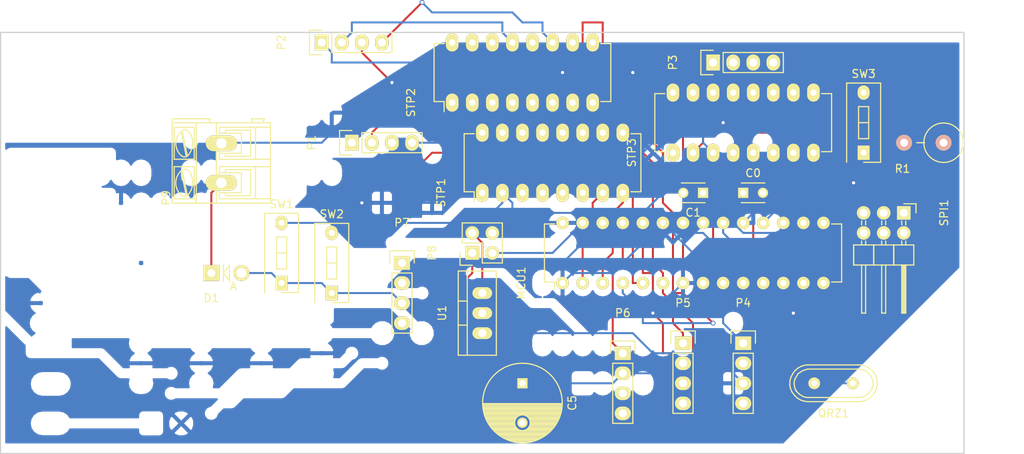
<source format=kicad_pcb>
(kicad_pcb (version 4) (host pcbnew 4.0.2-4+6225~38~ubuntu14.04.1-stable)

  (general
    (links 85)
    (no_connects 8)
    (area 105.41 92.71 236.22 151.13)
    (thickness 1.6)
    (drawings 6)
    (tracks 307)
    (zones 0)
    (modules 24)
    (nets 46)
  )

  (page A4)
  (layers
    (0 F.Cu signal)
    (1 In1.Cu signal)
    (2 In2.Cu signal)
    (3 In3.Cu signal)
    (4 In4.Cu signal)
    (5 In5.Cu signal)
    (6 In6.Cu signal)
    (7 In7.Cu signal)
    (8 In8.Cu signal)
    (9 In9.Cu signal)
    (10 In10.Cu signal)
    (11 In11.Cu signal)
    (12 In12.Cu signal)
    (13 In13.Cu signal)
    (14 In14.Cu signal)
    (15 In15.Cu signal)
    (16 In16.Cu signal)
    (17 In17.Cu signal)
    (18 In18.Cu signal)
    (19 In19.Cu signal)
    (20 In20.Cu signal)
    (21 In21.Cu signal)
    (22 In22.Cu signal)
    (23 In23.Cu signal)
    (24 In24.Cu signal)
    (25 In25.Cu signal)
    (26 In26.Cu signal)
    (27 In27.Cu signal)
    (28 In28.Cu signal)
    (29 In29.Cu signal)
    (30 In30.Cu signal)
    (31 B.Cu signal)
    (32 B.Adhes user)
    (33 F.Adhes user)
    (34 B.Paste user)
    (35 F.Paste user)
    (36 B.SilkS user)
    (37 F.SilkS user)
    (38 B.Mask user)
    (39 F.Mask user)
    (40 Dwgs.User user)
    (41 Cmts.User user)
    (42 Eco1.User user)
    (43 Eco2.User user)
    (44 Edge.Cuts user)
    (45 Margin user)
    (46 B.CrtYd user)
    (47 F.CrtYd user)
    (48 B.Fab user)
    (49 F.Fab user)
  )

  (setup
    (last_trace_width 0.25)
    (trace_clearance 0.2)
    (zone_clearance 0.508)
    (zone_45_only no)
    (trace_min 0.2)
    (segment_width 0.2)
    (edge_width 0.15)
    (via_size 0.6)
    (via_drill 0.4)
    (via_min_size 0.4)
    (via_min_drill 0.3)
    (uvia_size 0.3)
    (uvia_drill 0.1)
    (uvias_allowed no)
    (uvia_min_size 0.2)
    (uvia_min_drill 0.1)
    (pcb_text_width 0.3)
    (pcb_text_size 1.5 1.5)
    (mod_edge_width 0.15)
    (mod_text_size 1 1)
    (mod_text_width 0.15)
    (pad_size 1.524 1.524)
    (pad_drill 0.762)
    (pad_to_mask_clearance 0.2)
    (aux_axis_origin 0 0)
    (visible_elements FFFFFF7F)
    (pcbplotparams
      (layerselection 0x00030_80000001)
      (usegerberextensions false)
      (excludeedgelayer true)
      (linewidth 0.100000)
      (plotframeref false)
      (viasonmask false)
      (mode 1)
      (useauxorigin false)
      (hpglpennumber 1)
      (hpglpenspeed 20)
      (hpglpendiameter 15)
      (hpglpenoverlay 2)
      (psnegative false)
      (psa4output false)
      (plotreference true)
      (plotvalue true)
      (plotinvisibletext false)
      (padsonsilk false)
      (subtractmaskfromsilk false)
      (outputformat 1)
      (mirror false)
      (drillshape 1)
      (scaleselection 1)
      (outputdirectory ""))
  )

  (net 0 "")
  (net 1 +12V)
  (net 2 GND)
  (net 3 "Net-(C0-Pad2)")
  (net 4 "Net-(C1-Pad1)")
  (net 5 +5V)
  (net 6 /RST)
  (net 7 /ST0)
  (net 8 /DR0)
  (net 9 /ST1)
  (net 10 /DR1)
  (net 11 /ST2)
  (net 12 /DR2)
  (net 13 "Net-(MCU1-Pad12)")
  (net 14 "Net-(MCU1-Pad13)")
  (net 15 "Net-(MCU1-Pad14)")
  (net 16 "Net-(MCU1-Pad15)")
  (net 17 "Net-(MCU1-Pad16)")
  (net 18 /MOSI)
  (net 19 /MISO)
  (net 20 /SCK)
  (net 21 /SN0)
  (net 22 /SN1)
  (net 23 /SN2)
  (net 24 /SN3)
  (net 25 /SDA)
  (net 26 /SCL)
  (net 27 "Net-(P1-Pad1)")
  (net 28 "Net-(P1-Pad2)")
  (net 29 "Net-(P1-Pad3)")
  (net 30 "Net-(P1-Pad4)")
  (net 31 "Net-(P2-Pad1)")
  (net 32 "Net-(P2-Pad2)")
  (net 33 "Net-(P2-Pad3)")
  (net 34 "Net-(P2-Pad4)")
  (net 35 "Net-(P3-Pad1)")
  (net 36 "Net-(P3-Pad2)")
  (net 37 "Net-(P3-Pad3)")
  (net 38 "Net-(P3-Pad4)")
  (net 39 /MS0)
  (net 40 /MS1)
  (net 41 /MS2)
  (net 42 "Net-(STP1-Pad5)")
  (net 43 "Net-(STP2-Pad5)")
  (net 44 "Net-(STP3-Pad5)")
  (net 45 "Net-(D1-Pad1)")

  (net_class Default "This is the default net class."
    (clearance 0.2)
    (trace_width 0.25)
    (via_dia 0.6)
    (via_drill 0.4)
    (uvia_dia 0.3)
    (uvia_drill 0.1)
    (add_net /DR0)
    (add_net /DR1)
    (add_net /DR2)
    (add_net /MISO)
    (add_net /MOSI)
    (add_net /MS0)
    (add_net /MS1)
    (add_net /MS2)
    (add_net /RST)
    (add_net /SCK)
    (add_net /SCL)
    (add_net /SDA)
    (add_net /SN0)
    (add_net /SN1)
    (add_net /SN2)
    (add_net /SN3)
    (add_net /ST0)
    (add_net /ST1)
    (add_net /ST2)
    (add_net "Net-(C0-Pad2)")
    (add_net "Net-(C1-Pad1)")
    (add_net "Net-(D1-Pad1)")
    (add_net "Net-(MCU1-Pad12)")
    (add_net "Net-(MCU1-Pad13)")
    (add_net "Net-(MCU1-Pad14)")
    (add_net "Net-(MCU1-Pad15)")
    (add_net "Net-(MCU1-Pad16)")
    (add_net "Net-(P1-Pad1)")
    (add_net "Net-(P1-Pad2)")
    (add_net "Net-(P1-Pad3)")
    (add_net "Net-(P1-Pad4)")
    (add_net "Net-(P2-Pad1)")
    (add_net "Net-(P2-Pad2)")
    (add_net "Net-(P2-Pad3)")
    (add_net "Net-(P2-Pad4)")
    (add_net "Net-(P3-Pad1)")
    (add_net "Net-(P3-Pad2)")
    (add_net "Net-(P3-Pad3)")
    (add_net "Net-(P3-Pad4)")
    (add_net "Net-(STP1-Pad5)")
    (add_net "Net-(STP2-Pad5)")
    (add_net "Net-(STP3-Pad5)")
  )

  (net_class PWR ""
    (clearance 0.2)
    (trace_width 0.5)
    (via_dia 0.6)
    (via_drill 0.4)
    (uvia_dia 0.3)
    (uvia_drill 0.1)
    (add_net +12V)
    (add_net +5V)
    (add_net GND)
  )

  (module Capacitors_ThroughHole:C_Disc_D3_P2.5 placed (layer F.Cu) (tedit 0) (tstamp 56C7553D)
    (at 200.66 118.11)
    (descr "Capacitor 3mm Disc, Pitch 2.5mm")
    (tags Capacitor)
    (path /56C4C801)
    (fp_text reference C0 (at 1.25 -2.5) (layer F.SilkS)
      (effects (font (size 1 1) (thickness 0.15)))
    )
    (fp_text value C_Small (at 1.25 2.5) (layer F.Fab)
      (effects (font (size 1 1) (thickness 0.15)))
    )
    (fp_line (start -0.9 -1.5) (end 3.4 -1.5) (layer F.CrtYd) (width 0.05))
    (fp_line (start 3.4 -1.5) (end 3.4 1.5) (layer F.CrtYd) (width 0.05))
    (fp_line (start 3.4 1.5) (end -0.9 1.5) (layer F.CrtYd) (width 0.05))
    (fp_line (start -0.9 1.5) (end -0.9 -1.5) (layer F.CrtYd) (width 0.05))
    (fp_line (start -0.25 -1.25) (end 2.75 -1.25) (layer F.SilkS) (width 0.15))
    (fp_line (start 2.75 1.25) (end -0.25 1.25) (layer F.SilkS) (width 0.15))
    (pad 1 thru_hole rect (at 0 0) (size 1.3 1.3) (drill 0.8) (layers *.Cu *.Mask F.SilkS)
      (net 2 GND))
    (pad 2 thru_hole circle (at 2.5 0) (size 1.3 1.3) (drill 0.8001) (layers *.Cu *.Mask F.SilkS)
      (net 3 "Net-(C0-Pad2)"))
    (model Capacitors_ThroughHole.3dshapes/C_Disc_D3_P2.5.wrl
      (at (xyz 0.0492126 0 0))
      (scale (xyz 1 1 1))
      (rotate (xyz 0 0 0))
    )
  )

  (module Capacitors_ThroughHole:C_Disc_D3_P2.5 placed (layer F.Cu) (tedit 0) (tstamp 56C75549)
    (at 195.58 118.11 180)
    (descr "Capacitor 3mm Disc, Pitch 2.5mm")
    (tags Capacitor)
    (path /56C4C766)
    (fp_text reference C1 (at 1.25 -2.5 180) (layer F.SilkS)
      (effects (font (size 1 1) (thickness 0.15)))
    )
    (fp_text value C_Small (at 1.25 2.5 180) (layer F.Fab)
      (effects (font (size 1 1) (thickness 0.15)))
    )
    (fp_line (start -0.9 -1.5) (end 3.4 -1.5) (layer F.CrtYd) (width 0.05))
    (fp_line (start 3.4 -1.5) (end 3.4 1.5) (layer F.CrtYd) (width 0.05))
    (fp_line (start 3.4 1.5) (end -0.9 1.5) (layer F.CrtYd) (width 0.05))
    (fp_line (start -0.9 1.5) (end -0.9 -1.5) (layer F.CrtYd) (width 0.05))
    (fp_line (start -0.25 -1.25) (end 2.75 -1.25) (layer F.SilkS) (width 0.15))
    (fp_line (start 2.75 1.25) (end -0.25 1.25) (layer F.SilkS) (width 0.15))
    (pad 1 thru_hole rect (at 0 0 180) (size 1.3 1.3) (drill 0.8) (layers *.Cu *.Mask F.SilkS)
      (net 4 "Net-(C1-Pad1)"))
    (pad 2 thru_hole circle (at 2.5 0 180) (size 1.3 1.3) (drill 0.8001) (layers *.Cu *.Mask F.SilkS)
      (net 2 GND))
    (model Capacitors_ThroughHole.3dshapes/C_Disc_D3_P2.5.wrl
      (at (xyz 0.0492126 0 0))
      (scale (xyz 1 1 1))
      (rotate (xyz 0 0 0))
    )
  )

  (module Capacitors_ThroughHole:C_Radial_D10_L13_P5 placed (layer F.Cu) (tedit 0) (tstamp 56C75584)
    (at 172.72 142.24 270)
    (descr "Radial Electrolytic Capacitor Diameter 10mm x Length 13mm, Pitch 5mm")
    (tags "Electrolytic Capacitor")
    (path /56C7D957)
    (fp_text reference C5 (at 2.5 -6.3 270) (layer F.SilkS)
      (effects (font (size 1 1) (thickness 0.15)))
    )
    (fp_text value CP (at 2.5 6.3 270) (layer F.Fab)
      (effects (font (size 1 1) (thickness 0.15)))
    )
    (fp_line (start 2.575 -4.999) (end 2.575 4.999) (layer F.SilkS) (width 0.15))
    (fp_line (start 2.715 -4.995) (end 2.715 4.995) (layer F.SilkS) (width 0.15))
    (fp_line (start 2.855 -4.987) (end 2.855 4.987) (layer F.SilkS) (width 0.15))
    (fp_line (start 2.995 -4.975) (end 2.995 4.975) (layer F.SilkS) (width 0.15))
    (fp_line (start 3.135 -4.96) (end 3.135 4.96) (layer F.SilkS) (width 0.15))
    (fp_line (start 3.275 -4.94) (end 3.275 4.94) (layer F.SilkS) (width 0.15))
    (fp_line (start 3.415 -4.916) (end 3.415 4.916) (layer F.SilkS) (width 0.15))
    (fp_line (start 3.555 -4.887) (end 3.555 4.887) (layer F.SilkS) (width 0.15))
    (fp_line (start 3.695 -4.855) (end 3.695 4.855) (layer F.SilkS) (width 0.15))
    (fp_line (start 3.835 -4.818) (end 3.835 4.818) (layer F.SilkS) (width 0.15))
    (fp_line (start 3.975 -4.777) (end 3.975 4.777) (layer F.SilkS) (width 0.15))
    (fp_line (start 4.115 -4.732) (end 4.115 -0.466) (layer F.SilkS) (width 0.15))
    (fp_line (start 4.115 0.466) (end 4.115 4.732) (layer F.SilkS) (width 0.15))
    (fp_line (start 4.255 -4.682) (end 4.255 -0.667) (layer F.SilkS) (width 0.15))
    (fp_line (start 4.255 0.667) (end 4.255 4.682) (layer F.SilkS) (width 0.15))
    (fp_line (start 4.395 -4.627) (end 4.395 -0.796) (layer F.SilkS) (width 0.15))
    (fp_line (start 4.395 0.796) (end 4.395 4.627) (layer F.SilkS) (width 0.15))
    (fp_line (start 4.535 -4.567) (end 4.535 -0.885) (layer F.SilkS) (width 0.15))
    (fp_line (start 4.535 0.885) (end 4.535 4.567) (layer F.SilkS) (width 0.15))
    (fp_line (start 4.675 -4.502) (end 4.675 -0.946) (layer F.SilkS) (width 0.15))
    (fp_line (start 4.675 0.946) (end 4.675 4.502) (layer F.SilkS) (width 0.15))
    (fp_line (start 4.815 -4.432) (end 4.815 -0.983) (layer F.SilkS) (width 0.15))
    (fp_line (start 4.815 0.983) (end 4.815 4.432) (layer F.SilkS) (width 0.15))
    (fp_line (start 4.955 -4.356) (end 4.955 -0.999) (layer F.SilkS) (width 0.15))
    (fp_line (start 4.955 0.999) (end 4.955 4.356) (layer F.SilkS) (width 0.15))
    (fp_line (start 5.095 -4.274) (end 5.095 -0.995) (layer F.SilkS) (width 0.15))
    (fp_line (start 5.095 0.995) (end 5.095 4.274) (layer F.SilkS) (width 0.15))
    (fp_line (start 5.235 -4.186) (end 5.235 -0.972) (layer F.SilkS) (width 0.15))
    (fp_line (start 5.235 0.972) (end 5.235 4.186) (layer F.SilkS) (width 0.15))
    (fp_line (start 5.375 -4.091) (end 5.375 -0.927) (layer F.SilkS) (width 0.15))
    (fp_line (start 5.375 0.927) (end 5.375 4.091) (layer F.SilkS) (width 0.15))
    (fp_line (start 5.515 -3.989) (end 5.515 -0.857) (layer F.SilkS) (width 0.15))
    (fp_line (start 5.515 0.857) (end 5.515 3.989) (layer F.SilkS) (width 0.15))
    (fp_line (start 5.655 -3.879) (end 5.655 -0.756) (layer F.SilkS) (width 0.15))
    (fp_line (start 5.655 0.756) (end 5.655 3.879) (layer F.SilkS) (width 0.15))
    (fp_line (start 5.795 -3.761) (end 5.795 -0.607) (layer F.SilkS) (width 0.15))
    (fp_line (start 5.795 0.607) (end 5.795 3.761) (layer F.SilkS) (width 0.15))
    (fp_line (start 5.935 -3.633) (end 5.935 -0.355) (layer F.SilkS) (width 0.15))
    (fp_line (start 5.935 0.355) (end 5.935 3.633) (layer F.SilkS) (width 0.15))
    (fp_line (start 6.075 -3.496) (end 6.075 3.496) (layer F.SilkS) (width 0.15))
    (fp_line (start 6.215 -3.346) (end 6.215 3.346) (layer F.SilkS) (width 0.15))
    (fp_line (start 6.355 -3.184) (end 6.355 3.184) (layer F.SilkS) (width 0.15))
    (fp_line (start 6.495 -3.007) (end 6.495 3.007) (layer F.SilkS) (width 0.15))
    (fp_line (start 6.635 -2.811) (end 6.635 2.811) (layer F.SilkS) (width 0.15))
    (fp_line (start 6.775 -2.593) (end 6.775 2.593) (layer F.SilkS) (width 0.15))
    (fp_line (start 6.915 -2.347) (end 6.915 2.347) (layer F.SilkS) (width 0.15))
    (fp_line (start 7.055 -2.062) (end 7.055 2.062) (layer F.SilkS) (width 0.15))
    (fp_line (start 7.195 -1.72) (end 7.195 1.72) (layer F.SilkS) (width 0.15))
    (fp_line (start 7.335 -1.274) (end 7.335 1.274) (layer F.SilkS) (width 0.15))
    (fp_line (start 7.475 -0.499) (end 7.475 0.499) (layer F.SilkS) (width 0.15))
    (fp_circle (center 5 0) (end 5 -1) (layer F.SilkS) (width 0.15))
    (fp_circle (center 2.5 0) (end 2.5 -5.0375) (layer F.SilkS) (width 0.15))
    (fp_circle (center 2.5 0) (end 2.5 -5.3) (layer F.CrtYd) (width 0.05))
    (pad 1 thru_hole rect (at 0 0 270) (size 1.3 1.3) (drill 0.8) (layers *.Cu *.Mask F.SilkS)
      (net 5 +5V))
    (pad 2 thru_hole circle (at 5 0 270) (size 1.3 1.3) (drill 0.8) (layers *.Cu *.Mask F.SilkS)
      (net 2 GND))
    (model Capacitors_ThroughHole.3dshapes/C_Radial_D10_L13_P5.wrl
      (at (xyz 0.0984252 0 0))
      (scale (xyz 1 1 1))
      (rotate (xyz 0 0 90))
    )
  )

  (module Housings_DIP:DIP-28_W7.62mm placed (layer F.Cu) (tedit 54130A77) (tstamp 56C755AF)
    (at 177.8 129.54 90)
    (descr "28-lead dip package, row spacing 7.62 mm (300 mils)")
    (tags "dil dip 2.54 300")
    (path /56C4C1EE)
    (fp_text reference MCU1 (at 0 -5.22 90) (layer F.SilkS)
      (effects (font (size 1 1) (thickness 0.15)))
    )
    (fp_text value ATMEGA328-P (at 0 -3.72 90) (layer F.Fab)
      (effects (font (size 1 1) (thickness 0.15)))
    )
    (fp_line (start -1.05 -2.45) (end -1.05 35.5) (layer F.CrtYd) (width 0.05))
    (fp_line (start 8.65 -2.45) (end 8.65 35.5) (layer F.CrtYd) (width 0.05))
    (fp_line (start -1.05 -2.45) (end 8.65 -2.45) (layer F.CrtYd) (width 0.05))
    (fp_line (start -1.05 35.5) (end 8.65 35.5) (layer F.CrtYd) (width 0.05))
    (fp_line (start 0.135 -2.295) (end 0.135 -1.025) (layer F.SilkS) (width 0.15))
    (fp_line (start 7.485 -2.295) (end 7.485 -1.025) (layer F.SilkS) (width 0.15))
    (fp_line (start 7.485 35.315) (end 7.485 34.045) (layer F.SilkS) (width 0.15))
    (fp_line (start 0.135 35.315) (end 0.135 34.045) (layer F.SilkS) (width 0.15))
    (fp_line (start 0.135 -2.295) (end 7.485 -2.295) (layer F.SilkS) (width 0.15))
    (fp_line (start 0.135 35.315) (end 7.485 35.315) (layer F.SilkS) (width 0.15))
    (fp_line (start 0.135 -1.025) (end -0.8 -1.025) (layer F.SilkS) (width 0.15))
    (pad 1 thru_hole oval (at 0 0 90) (size 1.6 1.6) (drill 0.8) (layers *.Cu *.Mask F.SilkS)
      (net 6 /RST))
    (pad 2 thru_hole oval (at 0 2.54 90) (size 1.6 1.6) (drill 0.8) (layers *.Cu *.Mask F.SilkS)
      (net 7 /ST0))
    (pad 3 thru_hole oval (at 0 5.08 90) (size 1.6 1.6) (drill 0.8) (layers *.Cu *.Mask F.SilkS)
      (net 8 /DR0))
    (pad 4 thru_hole oval (at 0 7.62 90) (size 1.6 1.6) (drill 0.8) (layers *.Cu *.Mask F.SilkS)
      (net 9 /ST1))
    (pad 5 thru_hole oval (at 0 10.16 90) (size 1.6 1.6) (drill 0.8) (layers *.Cu *.Mask F.SilkS)
      (net 10 /DR1))
    (pad 6 thru_hole oval (at 0 12.7 90) (size 1.6 1.6) (drill 0.8) (layers *.Cu *.Mask F.SilkS)
      (net 11 /ST2))
    (pad 7 thru_hole oval (at 0 15.24 90) (size 1.6 1.6) (drill 0.8) (layers *.Cu *.Mask F.SilkS)
      (net 5 +5V))
    (pad 8 thru_hole oval (at 0 17.78 90) (size 1.6 1.6) (drill 0.8) (layers *.Cu *.Mask F.SilkS)
      (net 2 GND))
    (pad 9 thru_hole oval (at 0 20.32 90) (size 1.6 1.6) (drill 0.8) (layers *.Cu *.Mask F.SilkS)
      (net 4 "Net-(C1-Pad1)"))
    (pad 10 thru_hole oval (at 0 22.86 90) (size 1.6 1.6) (drill 0.8) (layers *.Cu *.Mask F.SilkS)
      (net 3 "Net-(C0-Pad2)"))
    (pad 11 thru_hole oval (at 0 25.4 90) (size 1.6 1.6) (drill 0.8) (layers *.Cu *.Mask F.SilkS)
      (net 12 /DR2))
    (pad 12 thru_hole oval (at 0 27.94 90) (size 1.6 1.6) (drill 0.8) (layers *.Cu *.Mask F.SilkS)
      (net 13 "Net-(MCU1-Pad12)"))
    (pad 13 thru_hole oval (at 0 30.48 90) (size 1.6 1.6) (drill 0.8) (layers *.Cu *.Mask F.SilkS)
      (net 14 "Net-(MCU1-Pad13)"))
    (pad 14 thru_hole oval (at 0 33.02 90) (size 1.6 1.6) (drill 0.8) (layers *.Cu *.Mask F.SilkS)
      (net 15 "Net-(MCU1-Pad14)"))
    (pad 15 thru_hole oval (at 7.62 33.02 90) (size 1.6 1.6) (drill 0.8) (layers *.Cu *.Mask F.SilkS)
      (net 16 "Net-(MCU1-Pad15)"))
    (pad 16 thru_hole oval (at 7.62 30.48 90) (size 1.6 1.6) (drill 0.8) (layers *.Cu *.Mask F.SilkS)
      (net 17 "Net-(MCU1-Pad16)"))
    (pad 17 thru_hole oval (at 7.62 27.94 90) (size 1.6 1.6) (drill 0.8) (layers *.Cu *.Mask F.SilkS)
      (net 18 /MOSI))
    (pad 18 thru_hole oval (at 7.62 25.4 90) (size 1.6 1.6) (drill 0.8) (layers *.Cu *.Mask F.SilkS)
      (net 19 /MISO))
    (pad 19 thru_hole oval (at 7.62 22.86 90) (size 1.6 1.6) (drill 0.8) (layers *.Cu *.Mask F.SilkS)
      (net 20 /SCK))
    (pad 20 thru_hole oval (at 7.62 20.32 90) (size 1.6 1.6) (drill 0.8) (layers *.Cu *.Mask F.SilkS)
      (net 5 +5V))
    (pad 21 thru_hole oval (at 7.62 17.78 90) (size 1.6 1.6) (drill 0.8) (layers *.Cu *.Mask F.SilkS)
      (net 5 +5V))
    (pad 22 thru_hole oval (at 7.62 15.24 90) (size 1.6 1.6) (drill 0.8) (layers *.Cu *.Mask F.SilkS)
      (net 2 GND))
    (pad 23 thru_hole oval (at 7.62 12.7 90) (size 1.6 1.6) (drill 0.8) (layers *.Cu *.Mask F.SilkS)
      (net 21 /SN0))
    (pad 24 thru_hole oval (at 7.62 10.16 90) (size 1.6 1.6) (drill 0.8) (layers *.Cu *.Mask F.SilkS)
      (net 22 /SN1))
    (pad 25 thru_hole oval (at 7.62 7.62 90) (size 1.6 1.6) (drill 0.8) (layers *.Cu *.Mask F.SilkS)
      (net 23 /SN2))
    (pad 26 thru_hole oval (at 7.62 5.08 90) (size 1.6 1.6) (drill 0.8) (layers *.Cu *.Mask F.SilkS)
      (net 24 /SN3))
    (pad 27 thru_hole oval (at 7.62 2.54 90) (size 1.6 1.6) (drill 0.8) (layers *.Cu *.Mask F.SilkS)
      (net 25 /SDA))
    (pad 28 thru_hole oval (at 7.62 0 90) (size 1.6 1.6) (drill 0.8) (layers *.Cu *.Mask F.SilkS)
      (net 26 /SCL))
    (model Housings_DIP.3dshapes/DIP-28_W7.62mm.wrl
      (at (xyz 0 0 0))
      (scale (xyz 1 1 1))
      (rotate (xyz 0 0 0))
    )
  )

  (module Pin_Headers:Pin_Header_Straight_1x04 placed (layer F.Cu) (tedit 0) (tstamp 56C755C2)
    (at 151.13 111.76 90)
    (descr "Through hole pin header")
    (tags "pin header")
    (path /56C67702)
    (fp_text reference P1 (at 0 -5.1 90) (layer F.SilkS)
      (effects (font (size 1 1) (thickness 0.15)))
    )
    (fp_text value CONN_01X04 (at 0 -3.1 90) (layer F.Fab)
      (effects (font (size 1 1) (thickness 0.15)))
    )
    (fp_line (start -1.75 -1.75) (end -1.75 9.4) (layer F.CrtYd) (width 0.05))
    (fp_line (start 1.75 -1.75) (end 1.75 9.4) (layer F.CrtYd) (width 0.05))
    (fp_line (start -1.75 -1.75) (end 1.75 -1.75) (layer F.CrtYd) (width 0.05))
    (fp_line (start -1.75 9.4) (end 1.75 9.4) (layer F.CrtYd) (width 0.05))
    (fp_line (start -1.27 1.27) (end -1.27 8.89) (layer F.SilkS) (width 0.15))
    (fp_line (start 1.27 1.27) (end 1.27 8.89) (layer F.SilkS) (width 0.15))
    (fp_line (start 1.55 -1.55) (end 1.55 0) (layer F.SilkS) (width 0.15))
    (fp_line (start -1.27 8.89) (end 1.27 8.89) (layer F.SilkS) (width 0.15))
    (fp_line (start 1.27 1.27) (end -1.27 1.27) (layer F.SilkS) (width 0.15))
    (fp_line (start -1.55 0) (end -1.55 -1.55) (layer F.SilkS) (width 0.15))
    (fp_line (start -1.55 -1.55) (end 1.55 -1.55) (layer F.SilkS) (width 0.15))
    (pad 1 thru_hole rect (at 0 0 90) (size 2.032 1.7272) (drill 1.016) (layers *.Cu *.Mask F.SilkS)
      (net 27 "Net-(P1-Pad1)"))
    (pad 2 thru_hole oval (at 0 2.54 90) (size 2.032 1.7272) (drill 1.016) (layers *.Cu *.Mask F.SilkS)
      (net 28 "Net-(P1-Pad2)"))
    (pad 3 thru_hole oval (at 0 5.08 90) (size 2.032 1.7272) (drill 1.016) (layers *.Cu *.Mask F.SilkS)
      (net 29 "Net-(P1-Pad3)"))
    (pad 4 thru_hole oval (at 0 7.62 90) (size 2.032 1.7272) (drill 1.016) (layers *.Cu *.Mask F.SilkS)
      (net 30 "Net-(P1-Pad4)"))
    (model Pin_Headers.3dshapes/Pin_Header_Straight_1x04.wrl
      (at (xyz 0 -0.15 0))
      (scale (xyz 1 1 1))
      (rotate (xyz 0 0 90))
    )
  )

  (module Pin_Headers:Pin_Header_Straight_1x04 placed (layer F.Cu) (tedit 0) (tstamp 56C755D5)
    (at 147.32 99.06 90)
    (descr "Through hole pin header")
    (tags "pin header")
    (path /56C6742E)
    (fp_text reference P2 (at 0 -5.1 90) (layer F.SilkS)
      (effects (font (size 1 1) (thickness 0.15)))
    )
    (fp_text value CONN_01X04 (at 0 -3.1 90) (layer F.Fab)
      (effects (font (size 1 1) (thickness 0.15)))
    )
    (fp_line (start -1.75 -1.75) (end -1.75 9.4) (layer F.CrtYd) (width 0.05))
    (fp_line (start 1.75 -1.75) (end 1.75 9.4) (layer F.CrtYd) (width 0.05))
    (fp_line (start -1.75 -1.75) (end 1.75 -1.75) (layer F.CrtYd) (width 0.05))
    (fp_line (start -1.75 9.4) (end 1.75 9.4) (layer F.CrtYd) (width 0.05))
    (fp_line (start -1.27 1.27) (end -1.27 8.89) (layer F.SilkS) (width 0.15))
    (fp_line (start 1.27 1.27) (end 1.27 8.89) (layer F.SilkS) (width 0.15))
    (fp_line (start 1.55 -1.55) (end 1.55 0) (layer F.SilkS) (width 0.15))
    (fp_line (start -1.27 8.89) (end 1.27 8.89) (layer F.SilkS) (width 0.15))
    (fp_line (start 1.27 1.27) (end -1.27 1.27) (layer F.SilkS) (width 0.15))
    (fp_line (start -1.55 0) (end -1.55 -1.55) (layer F.SilkS) (width 0.15))
    (fp_line (start -1.55 -1.55) (end 1.55 -1.55) (layer F.SilkS) (width 0.15))
    (pad 1 thru_hole rect (at 0 0 90) (size 2.032 1.7272) (drill 1.016) (layers *.Cu *.Mask F.SilkS)
      (net 31 "Net-(P2-Pad1)"))
    (pad 2 thru_hole oval (at 0 2.54 90) (size 2.032 1.7272) (drill 1.016) (layers *.Cu *.Mask F.SilkS)
      (net 32 "Net-(P2-Pad2)"))
    (pad 3 thru_hole oval (at 0 5.08 90) (size 2.032 1.7272) (drill 1.016) (layers *.Cu *.Mask F.SilkS)
      (net 33 "Net-(P2-Pad3)"))
    (pad 4 thru_hole oval (at 0 7.62 90) (size 2.032 1.7272) (drill 1.016) (layers *.Cu *.Mask F.SilkS)
      (net 34 "Net-(P2-Pad4)"))
    (model Pin_Headers.3dshapes/Pin_Header_Straight_1x04.wrl
      (at (xyz 0 -0.15 0))
      (scale (xyz 1 1 1))
      (rotate (xyz 0 0 90))
    )
  )

  (module Pin_Headers:Pin_Header_Straight_1x04 placed (layer F.Cu) (tedit 0) (tstamp 56C755E8)
    (at 196.85 101.6 90)
    (descr "Through hole pin header")
    (tags "pin header")
    (path /56C67619)
    (fp_text reference P3 (at 0 -5.1 90) (layer F.SilkS)
      (effects (font (size 1 1) (thickness 0.15)))
    )
    (fp_text value CONN_01X04 (at 0 -3.1 90) (layer F.Fab)
      (effects (font (size 1 1) (thickness 0.15)))
    )
    (fp_line (start -1.75 -1.75) (end -1.75 9.4) (layer F.CrtYd) (width 0.05))
    (fp_line (start 1.75 -1.75) (end 1.75 9.4) (layer F.CrtYd) (width 0.05))
    (fp_line (start -1.75 -1.75) (end 1.75 -1.75) (layer F.CrtYd) (width 0.05))
    (fp_line (start -1.75 9.4) (end 1.75 9.4) (layer F.CrtYd) (width 0.05))
    (fp_line (start -1.27 1.27) (end -1.27 8.89) (layer F.SilkS) (width 0.15))
    (fp_line (start 1.27 1.27) (end 1.27 8.89) (layer F.SilkS) (width 0.15))
    (fp_line (start 1.55 -1.55) (end 1.55 0) (layer F.SilkS) (width 0.15))
    (fp_line (start -1.27 8.89) (end 1.27 8.89) (layer F.SilkS) (width 0.15))
    (fp_line (start 1.27 1.27) (end -1.27 1.27) (layer F.SilkS) (width 0.15))
    (fp_line (start -1.55 0) (end -1.55 -1.55) (layer F.SilkS) (width 0.15))
    (fp_line (start -1.55 -1.55) (end 1.55 -1.55) (layer F.SilkS) (width 0.15))
    (pad 1 thru_hole rect (at 0 0 90) (size 2.032 1.7272) (drill 1.016) (layers *.Cu *.Mask F.SilkS)
      (net 35 "Net-(P3-Pad1)"))
    (pad 2 thru_hole oval (at 0 2.54 90) (size 2.032 1.7272) (drill 1.016) (layers *.Cu *.Mask F.SilkS)
      (net 36 "Net-(P3-Pad2)"))
    (pad 3 thru_hole oval (at 0 5.08 90) (size 2.032 1.7272) (drill 1.016) (layers *.Cu *.Mask F.SilkS)
      (net 37 "Net-(P3-Pad3)"))
    (pad 4 thru_hole oval (at 0 7.62 90) (size 2.032 1.7272) (drill 1.016) (layers *.Cu *.Mask F.SilkS)
      (net 38 "Net-(P3-Pad4)"))
    (model Pin_Headers.3dshapes/Pin_Header_Straight_1x04.wrl
      (at (xyz 0 -0.15 0))
      (scale (xyz 1 1 1))
      (rotate (xyz 0 0 90))
    )
  )

  (module Pin_Headers:Pin_Header_Straight_1x04 placed (layer F.Cu) (tedit 0) (tstamp 56C755FB)
    (at 200.66 137.16)
    (descr "Through hole pin header")
    (tags "pin header")
    (path /56C754D0)
    (fp_text reference P4 (at 0 -5.1) (layer F.SilkS)
      (effects (font (size 1 1) (thickness 0.15)))
    )
    (fp_text value CONN_01X03 (at 0 -3.1) (layer F.Fab)
      (effects (font (size 1 1) (thickness 0.15)))
    )
    (fp_line (start -1.75 -1.75) (end -1.75 9.4) (layer F.CrtYd) (width 0.05))
    (fp_line (start 1.75 -1.75) (end 1.75 9.4) (layer F.CrtYd) (width 0.05))
    (fp_line (start -1.75 -1.75) (end 1.75 -1.75) (layer F.CrtYd) (width 0.05))
    (fp_line (start -1.75 9.4) (end 1.75 9.4) (layer F.CrtYd) (width 0.05))
    (fp_line (start -1.27 1.27) (end -1.27 8.89) (layer F.SilkS) (width 0.15))
    (fp_line (start 1.27 1.27) (end 1.27 8.89) (layer F.SilkS) (width 0.15))
    (fp_line (start 1.55 -1.55) (end 1.55 0) (layer F.SilkS) (width 0.15))
    (fp_line (start -1.27 8.89) (end 1.27 8.89) (layer F.SilkS) (width 0.15))
    (fp_line (start 1.27 1.27) (end -1.27 1.27) (layer F.SilkS) (width 0.15))
    (fp_line (start -1.55 0) (end -1.55 -1.55) (layer F.SilkS) (width 0.15))
    (fp_line (start -1.55 -1.55) (end 1.55 -1.55) (layer F.SilkS) (width 0.15))
    (pad 1 thru_hole rect (at 0 0) (size 2.032 1.7272) (drill 1.016) (layers *.Cu *.Mask F.SilkS)
      (net 21 /SN0))
    (pad 2 thru_hole oval (at 0 2.54) (size 2.032 1.7272) (drill 1.016) (layers *.Cu *.Mask F.SilkS)
      (net 5 +5V))
    (pad 3 thru_hole oval (at 0 5.08) (size 2.032 1.7272) (drill 1.016) (layers *.Cu *.Mask F.SilkS)
      (net 2 GND))
    (pad 4 thru_hole oval (at 0 7.62) (size 2.032 1.7272) (drill 1.016) (layers *.Cu *.Mask F.SilkS))
    (model Pin_Headers.3dshapes/Pin_Header_Straight_1x04.wrl
      (at (xyz 0 -0.15 0))
      (scale (xyz 1 1 1))
      (rotate (xyz 0 0 90))
    )
  )

  (module Pin_Headers:Pin_Header_Straight_1x04 placed (layer F.Cu) (tedit 0) (tstamp 56C7560E)
    (at 193.04 137.16)
    (descr "Through hole pin header")
    (tags "pin header")
    (path /56C76127)
    (fp_text reference P5 (at 0 -5.1) (layer F.SilkS)
      (effects (font (size 1 1) (thickness 0.15)))
    )
    (fp_text value CONN_01X03 (at 0 -3.1) (layer F.Fab)
      (effects (font (size 1 1) (thickness 0.15)))
    )
    (fp_line (start -1.75 -1.75) (end -1.75 9.4) (layer F.CrtYd) (width 0.05))
    (fp_line (start 1.75 -1.75) (end 1.75 9.4) (layer F.CrtYd) (width 0.05))
    (fp_line (start -1.75 -1.75) (end 1.75 -1.75) (layer F.CrtYd) (width 0.05))
    (fp_line (start -1.75 9.4) (end 1.75 9.4) (layer F.CrtYd) (width 0.05))
    (fp_line (start -1.27 1.27) (end -1.27 8.89) (layer F.SilkS) (width 0.15))
    (fp_line (start 1.27 1.27) (end 1.27 8.89) (layer F.SilkS) (width 0.15))
    (fp_line (start 1.55 -1.55) (end 1.55 0) (layer F.SilkS) (width 0.15))
    (fp_line (start -1.27 8.89) (end 1.27 8.89) (layer F.SilkS) (width 0.15))
    (fp_line (start 1.27 1.27) (end -1.27 1.27) (layer F.SilkS) (width 0.15))
    (fp_line (start -1.55 0) (end -1.55 -1.55) (layer F.SilkS) (width 0.15))
    (fp_line (start -1.55 -1.55) (end 1.55 -1.55) (layer F.SilkS) (width 0.15))
    (pad 1 thru_hole rect (at 0 0) (size 2.032 1.7272) (drill 1.016) (layers *.Cu *.Mask F.SilkS)
      (net 22 /SN1))
    (pad 2 thru_hole oval (at 0 2.54) (size 2.032 1.7272) (drill 1.016) (layers *.Cu *.Mask F.SilkS)
      (net 5 +5V))
    (pad 3 thru_hole oval (at 0 5.08) (size 2.032 1.7272) (drill 1.016) (layers *.Cu *.Mask F.SilkS)
      (net 2 GND))
    (pad 4 thru_hole oval (at 0 7.62) (size 2.032 1.7272) (drill 1.016) (layers *.Cu *.Mask F.SilkS))
    (model Pin_Headers.3dshapes/Pin_Header_Straight_1x04.wrl
      (at (xyz 0 -0.15 0))
      (scale (xyz 1 1 1))
      (rotate (xyz 0 0 90))
    )
  )

  (module Pin_Headers:Pin_Header_Straight_1x04 placed (layer F.Cu) (tedit 0) (tstamp 56C75621)
    (at 185.42 138.43)
    (descr "Through hole pin header")
    (tags "pin header")
    (path /56C761EA)
    (fp_text reference P6 (at 0 -5.1) (layer F.SilkS)
      (effects (font (size 1 1) (thickness 0.15)))
    )
    (fp_text value CONN_01X03 (at 0 -3.1) (layer F.Fab)
      (effects (font (size 1 1) (thickness 0.15)))
    )
    (fp_line (start -1.75 -1.75) (end -1.75 9.4) (layer F.CrtYd) (width 0.05))
    (fp_line (start 1.75 -1.75) (end 1.75 9.4) (layer F.CrtYd) (width 0.05))
    (fp_line (start -1.75 -1.75) (end 1.75 -1.75) (layer F.CrtYd) (width 0.05))
    (fp_line (start -1.75 9.4) (end 1.75 9.4) (layer F.CrtYd) (width 0.05))
    (fp_line (start -1.27 1.27) (end -1.27 8.89) (layer F.SilkS) (width 0.15))
    (fp_line (start 1.27 1.27) (end 1.27 8.89) (layer F.SilkS) (width 0.15))
    (fp_line (start 1.55 -1.55) (end 1.55 0) (layer F.SilkS) (width 0.15))
    (fp_line (start -1.27 8.89) (end 1.27 8.89) (layer F.SilkS) (width 0.15))
    (fp_line (start 1.27 1.27) (end -1.27 1.27) (layer F.SilkS) (width 0.15))
    (fp_line (start -1.55 0) (end -1.55 -1.55) (layer F.SilkS) (width 0.15))
    (fp_line (start -1.55 -1.55) (end 1.55 -1.55) (layer F.SilkS) (width 0.15))
    (pad 1 thru_hole rect (at 0 0) (size 2.032 1.7272) (drill 1.016) (layers *.Cu *.Mask F.SilkS)
      (net 23 /SN2))
    (pad 2 thru_hole oval (at 0 2.54) (size 2.032 1.7272) (drill 1.016) (layers *.Cu *.Mask F.SilkS)
      (net 5 +5V))
    (pad 3 thru_hole oval (at 0 5.08) (size 2.032 1.7272) (drill 1.016) (layers *.Cu *.Mask F.SilkS)
      (net 2 GND))
    (pad 4 thru_hole oval (at 0 7.62) (size 2.032 1.7272) (drill 1.016) (layers *.Cu *.Mask F.SilkS))
    (model Pin_Headers.3dshapes/Pin_Header_Straight_1x04.wrl
      (at (xyz 0 -0.15 0))
      (scale (xyz 1 1 1))
      (rotate (xyz 0 0 90))
    )
  )

  (module Pin_Headers:Pin_Header_Straight_1x04 placed (layer F.Cu) (tedit 0) (tstamp 56C75634)
    (at 157.48 127)
    (descr "Through hole pin header")
    (tags "pin header")
    (path /56C76251)
    (fp_text reference P7 (at 0 -5.1) (layer F.SilkS)
      (effects (font (size 1 1) (thickness 0.15)))
    )
    (fp_text value CONN_01X03 (at 0 -3.1) (layer F.Fab)
      (effects (font (size 1 1) (thickness 0.15)))
    )
    (fp_line (start -1.75 -1.75) (end -1.75 9.4) (layer F.CrtYd) (width 0.05))
    (fp_line (start 1.75 -1.75) (end 1.75 9.4) (layer F.CrtYd) (width 0.05))
    (fp_line (start -1.75 -1.75) (end 1.75 -1.75) (layer F.CrtYd) (width 0.05))
    (fp_line (start -1.75 9.4) (end 1.75 9.4) (layer F.CrtYd) (width 0.05))
    (fp_line (start -1.27 1.27) (end -1.27 8.89) (layer F.SilkS) (width 0.15))
    (fp_line (start 1.27 1.27) (end 1.27 8.89) (layer F.SilkS) (width 0.15))
    (fp_line (start 1.55 -1.55) (end 1.55 0) (layer F.SilkS) (width 0.15))
    (fp_line (start -1.27 8.89) (end 1.27 8.89) (layer F.SilkS) (width 0.15))
    (fp_line (start 1.27 1.27) (end -1.27 1.27) (layer F.SilkS) (width 0.15))
    (fp_line (start -1.55 0) (end -1.55 -1.55) (layer F.SilkS) (width 0.15))
    (fp_line (start -1.55 -1.55) (end 1.55 -1.55) (layer F.SilkS) (width 0.15))
    (pad 1 thru_hole rect (at 0 0) (size 2.032 1.7272) (drill 1.016) (layers *.Cu *.Mask F.SilkS)
      (net 24 /SN3))
    (pad 2 thru_hole oval (at 0 2.54) (size 2.032 1.7272) (drill 1.016) (layers *.Cu *.Mask F.SilkS)
      (net 5 +5V))
    (pad 3 thru_hole oval (at 0 5.08) (size 2.032 1.7272) (drill 1.016) (layers *.Cu *.Mask F.SilkS)
      (net 2 GND))
    (pad 4 thru_hole oval (at 0 7.62) (size 2.032 1.7272) (drill 1.016) (layers *.Cu *.Mask F.SilkS))
    (model Pin_Headers.3dshapes/Pin_Header_Straight_1x04.wrl
      (at (xyz 0 -0.15 0))
      (scale (xyz 1 1 1))
      (rotate (xyz 0 0 90))
    )
  )

  (module Pin_Headers:Pin_Header_Straight_2x02 placed (layer F.Cu) (tedit 0) (tstamp 56C75648)
    (at 166.37 125.73 90)
    (descr "Through hole pin header")
    (tags "pin header")
    (path /56C8A0A7)
    (fp_text reference P8 (at 0 -5.1 90) (layer F.SilkS)
      (effects (font (size 1 1) (thickness 0.15)))
    )
    (fp_text value CONN_02X02 (at 0 -3.1 90) (layer F.Fab)
      (effects (font (size 1 1) (thickness 0.15)))
    )
    (fp_line (start -1.75 -1.75) (end -1.75 4.3) (layer F.CrtYd) (width 0.05))
    (fp_line (start 4.3 -1.75) (end 4.3 4.3) (layer F.CrtYd) (width 0.05))
    (fp_line (start -1.75 -1.75) (end 4.3 -1.75) (layer F.CrtYd) (width 0.05))
    (fp_line (start -1.75 4.3) (end 4.3 4.3) (layer F.CrtYd) (width 0.05))
    (fp_line (start -1.55 0) (end -1.55 -1.55) (layer F.SilkS) (width 0.15))
    (fp_line (start 0 -1.55) (end -1.55 -1.55) (layer F.SilkS) (width 0.15))
    (fp_line (start -1.27 1.27) (end 1.27 1.27) (layer F.SilkS) (width 0.15))
    (fp_line (start 1.27 1.27) (end 1.27 -1.27) (layer F.SilkS) (width 0.15))
    (fp_line (start 1.27 -1.27) (end 3.81 -1.27) (layer F.SilkS) (width 0.15))
    (fp_line (start 3.81 -1.27) (end 3.81 3.81) (layer F.SilkS) (width 0.15))
    (fp_line (start 3.81 3.81) (end -1.27 3.81) (layer F.SilkS) (width 0.15))
    (fp_line (start -1.27 3.81) (end -1.27 1.27) (layer F.SilkS) (width 0.15))
    (pad 1 thru_hole rect (at 0 0 90) (size 1.7272 1.7272) (drill 1.016) (layers *.Cu *.Mask F.SilkS)
      (net 2 GND))
    (pad 2 thru_hole oval (at 2.54 0 90) (size 1.7272 1.7272) (drill 1.016) (layers *.Cu *.Mask F.SilkS)
      (net 5 +5V))
    (pad 3 thru_hole oval (at 0 2.54 90) (size 1.7272 1.7272) (drill 1.016) (layers *.Cu *.Mask F.SilkS)
      (net 25 /SDA))
    (pad 4 thru_hole oval (at 2.54 2.54 90) (size 1.7272 1.7272) (drill 1.016) (layers *.Cu *.Mask F.SilkS)
      (net 26 /SCL))
    (model Pin_Headers.3dshapes/Pin_Header_Straight_2x02.wrl
      (at (xyz 0.05 -0.05 0))
      (scale (xyz 1 1 1))
      (rotate (xyz 0 0 90))
    )
  )

  (module Resistors_ThroughHole:Resistor_Vertical_RM5mm placed (layer F.Cu) (tedit 0) (tstamp 56C75693)
    (at 223.52 111.76 180)
    (descr "Resistor, Vertical, RM 5mm, 1/3W,")
    (tags "Resistor, Vertical, RM 5mm, 1/3W,")
    (path /56C881F4)
    (fp_text reference R1 (at 2.70002 -3.29946 180) (layer F.SilkS)
      (effects (font (size 1 1) (thickness 0.15)))
    )
    (fp_text value 1M (at 0 4.50088 180) (layer F.Fab)
      (effects (font (size 1 1) (thickness 0.15)))
    )
    (fp_line (start -0.09906 0) (end 0.9017 0) (layer F.SilkS) (width 0.15))
    (fp_circle (center -2.49936 0) (end 0 0) (layer F.SilkS) (width 0.15))
    (pad 1 thru_hole circle (at -2.49936 0 180) (size 1.99898 1.99898) (drill 1.00076) (layers *.Cu *.SilkS *.Mask)
      (net 6 /RST))
    (pad 2 thru_hole circle (at 2.5019 0 180) (size 1.99898 1.99898) (drill 1.00076) (layers *.Cu *.SilkS *.Mask)
      (net 5 +5V))
  )

  (module Pin_Headers:Pin_Header_Angled_2x03 placed (layer F.Cu) (tedit 0) (tstamp 56C756CA)
    (at 220.98 120.65 270)
    (descr "Through hole pin header")
    (tags "pin header")
    (path /56C7B4DC)
    (fp_text reference SPI1 (at 0 -5.1 270) (layer F.SilkS)
      (effects (font (size 1 1) (thickness 0.15)))
    )
    (fp_text value CONN_02X03 (at 0 -3.1 270) (layer F.Fab)
      (effects (font (size 1 1) (thickness 0.15)))
    )
    (fp_line (start -1.35 -1.75) (end -1.35 6.85) (layer F.CrtYd) (width 0.05))
    (fp_line (start 13.2 -1.75) (end 13.2 6.85) (layer F.CrtYd) (width 0.05))
    (fp_line (start -1.35 -1.75) (end 13.2 -1.75) (layer F.CrtYd) (width 0.05))
    (fp_line (start -1.35 6.85) (end 13.2 6.85) (layer F.CrtYd) (width 0.05))
    (fp_line (start 1.524 5.334) (end 1.016 5.334) (layer F.SilkS) (width 0.15))
    (fp_line (start 1.524 4.826) (end 1.016 4.826) (layer F.SilkS) (width 0.15))
    (fp_line (start 1.524 2.794) (end 1.016 2.794) (layer F.SilkS) (width 0.15))
    (fp_line (start 1.524 2.286) (end 1.016 2.286) (layer F.SilkS) (width 0.15))
    (fp_line (start 1.524 0.254) (end 1.016 0.254) (layer F.SilkS) (width 0.15))
    (fp_line (start 1.524 -0.254) (end 1.016 -0.254) (layer F.SilkS) (width 0.15))
    (fp_line (start 4.064 2.286) (end 3.556 2.286) (layer F.SilkS) (width 0.15))
    (fp_line (start 4.064 2.794) (end 3.556 2.794) (layer F.SilkS) (width 0.15))
    (fp_line (start 4.064 4.826) (end 3.556 4.826) (layer F.SilkS) (width 0.15))
    (fp_line (start 4.064 5.334) (end 3.556 5.334) (layer F.SilkS) (width 0.15))
    (fp_line (start 4.064 -0.254) (end 3.556 -0.254) (layer F.SilkS) (width 0.15))
    (fp_line (start 4.064 0.254) (end 3.556 0.254) (layer F.SilkS) (width 0.15))
    (fp_line (start 0 -1.55) (end -1.15 -1.55) (layer F.SilkS) (width 0.15))
    (fp_line (start -1.15 -1.55) (end -1.15 0) (layer F.SilkS) (width 0.15))
    (fp_line (start 6.604 -0.127) (end 12.573 -0.127) (layer F.SilkS) (width 0.15))
    (fp_line (start 12.573 -0.127) (end 12.573 0.127) (layer F.SilkS) (width 0.15))
    (fp_line (start 12.573 0.127) (end 6.731 0.127) (layer F.SilkS) (width 0.15))
    (fp_line (start 6.731 0.127) (end 6.731 0) (layer F.SilkS) (width 0.15))
    (fp_line (start 6.731 0) (end 12.573 0) (layer F.SilkS) (width 0.15))
    (fp_line (start 4.064 1.27) (end 4.064 3.81) (layer F.SilkS) (width 0.15))
    (fp_line (start 4.064 3.81) (end 6.604 3.81) (layer F.SilkS) (width 0.15))
    (fp_line (start 6.604 2.286) (end 12.7 2.286) (layer F.SilkS) (width 0.15))
    (fp_line (start 12.7 2.286) (end 12.7 2.794) (layer F.SilkS) (width 0.15))
    (fp_line (start 12.7 2.794) (end 6.604 2.794) (layer F.SilkS) (width 0.15))
    (fp_line (start 6.604 3.81) (end 6.604 1.27) (layer F.SilkS) (width 0.15))
    (fp_line (start 4.064 6.35) (end 6.604 6.35) (layer F.SilkS) (width 0.15))
    (fp_line (start 6.604 6.35) (end 6.604 3.81) (layer F.SilkS) (width 0.15))
    (fp_line (start 12.7 5.334) (end 6.604 5.334) (layer F.SilkS) (width 0.15))
    (fp_line (start 12.7 4.826) (end 12.7 5.334) (layer F.SilkS) (width 0.15))
    (fp_line (start 6.604 4.826) (end 12.7 4.826) (layer F.SilkS) (width 0.15))
    (fp_line (start 4.064 6.35) (end 6.604 6.35) (layer F.SilkS) (width 0.15))
    (fp_line (start 4.064 3.81) (end 4.064 6.35) (layer F.SilkS) (width 0.15))
    (fp_line (start 4.064 3.81) (end 6.604 3.81) (layer F.SilkS) (width 0.15))
    (fp_line (start 4.064 1.27) (end 6.604 1.27) (layer F.SilkS) (width 0.15))
    (fp_line (start 6.604 1.27) (end 6.604 -1.27) (layer F.SilkS) (width 0.15))
    (fp_line (start 12.7 0.254) (end 6.604 0.254) (layer F.SilkS) (width 0.15))
    (fp_line (start 12.7 -0.254) (end 12.7 0.254) (layer F.SilkS) (width 0.15))
    (fp_line (start 6.604 -0.254) (end 12.7 -0.254) (layer F.SilkS) (width 0.15))
    (fp_line (start 4.064 1.27) (end 6.604 1.27) (layer F.SilkS) (width 0.15))
    (fp_line (start 4.064 -1.27) (end 4.064 1.27) (layer F.SilkS) (width 0.15))
    (fp_line (start 4.064 -1.27) (end 6.604 -1.27) (layer F.SilkS) (width 0.15))
    (pad 1 thru_hole rect (at 0 0 270) (size 1.7272 1.7272) (drill 1.016) (layers *.Cu *.Mask F.SilkS)
      (net 19 /MISO))
    (pad 2 thru_hole oval (at 2.54 0 270) (size 1.7272 1.7272) (drill 1.016) (layers *.Cu *.Mask F.SilkS)
      (net 5 +5V))
    (pad 3 thru_hole oval (at 0 2.54 270) (size 1.7272 1.7272) (drill 1.016) (layers *.Cu *.Mask F.SilkS)
      (net 20 /SCK))
    (pad 4 thru_hole oval (at 2.54 2.54 270) (size 1.7272 1.7272) (drill 1.016) (layers *.Cu *.Mask F.SilkS)
      (net 18 /MOSI))
    (pad 5 thru_hole oval (at 0 5.08 270) (size 1.7272 1.7272) (drill 1.016) (layers *.Cu *.Mask F.SilkS)
      (net 6 /RST))
    (pad 6 thru_hole oval (at 2.54 5.08 270) (size 1.7272 1.7272) (drill 1.016) (layers *.Cu *.Mask F.SilkS)
      (net 2 GND))
    (model Pin_Headers.3dshapes/Pin_Header_Angled_2x03.wrl
      (at (xyz 0.05 -0.1 0))
      (scale (xyz 1 1 1))
      (rotate (xyz 0 0 90))
    )
  )

  (module Buttons_Switches_ThroughHole:SW_DIP_x1_Slide placed (layer F.Cu) (tedit 54C4BC96) (tstamp 56C75734)
    (at 142.24 129.54)
    (descr "CTS Electrocomponents, Series 206/208")
    (path /56C77A08)
    (fp_text reference SW1 (at 0 -10) (layer F.SilkS)
      (effects (font (size 1 1) (thickness 0.15)))
    )
    (fp_text value SPST (at 0.5 2.4) (layer F.Fab)
      (effects (font (size 1 1) (thickness 0.15)))
    )
    (fp_line (start 2.5 1.55) (end -2.5 1.55) (layer F.CrtYd) (width 0.05))
    (fp_line (start -2.5 1.55) (end -2.5 -9.15) (layer F.CrtYd) (width 0.05))
    (fp_line (start -2.5 -9.15) (end 2.5 -9.15) (layer F.CrtYd) (width 0.05))
    (fp_line (start 2.5 -9.15) (end 2.5 1.55) (layer F.CrtYd) (width 0.05))
    (fp_line (start -2.15 -8.83) (end 2.15 -8.83) (layer F.SilkS) (width 0.15))
    (fp_line (start 0 1.21) (end 2.15 1.21) (layer F.SilkS) (width 0.15))
    (fp_line (start -2.15 -8.83) (end -2.15 1.21) (layer F.SilkS) (width 0.15))
    (fp_line (start 2.15 -8.83) (end 2.15 1.21) (layer F.SilkS) (width 0.15))
    (fp_line (start -0.64 -3.81) (end 0.64 -3.81) (layer F.SilkS) (width 0.15))
    (fp_line (start -0.64 -5.84) (end -0.64 -1.78) (layer F.SilkS) (width 0.15))
    (fp_line (start -0.64 -1.78) (end 0.64 -1.78) (layer F.SilkS) (width 0.15))
    (fp_line (start 0.64 -1.78) (end 0.64 -5.84) (layer F.SilkS) (width 0.15))
    (fp_line (start 0.64 -5.84) (end -0.64 -5.84) (layer F.SilkS) (width 0.15))
    (pad 1 thru_hole rect (at 0 0) (size 1.524 1.824) (drill 0.762) (layers *.Cu *.Mask F.SilkS)
      (net 2 GND))
    (pad 2 thru_hole oval (at 0 -7.62) (size 1.524 1.824) (drill 0.762) (layers *.Cu *.Mask F.SilkS)
      (net 39 /MS0))
    (model Buttons_Switches_ThroughHole.3dshapes/SW_DIP_x1_Slide.wrl
      (at (xyz 0 0 0))
      (scale (xyz 1 1 1))
      (rotate (xyz 0 0 0))
    )
  )

  (module Buttons_Switches_ThroughHole:SW_DIP_x1_Slide placed (layer F.Cu) (tedit 54C4BC96) (tstamp 56C75747)
    (at 148.59 130.81)
    (descr "CTS Electrocomponents, Series 206/208")
    (path /56C77CDD)
    (fp_text reference SW2 (at 0 -10) (layer F.SilkS)
      (effects (font (size 1 1) (thickness 0.15)))
    )
    (fp_text value SPST (at 0.5 2.4) (layer F.Fab)
      (effects (font (size 1 1) (thickness 0.15)))
    )
    (fp_line (start 2.5 1.55) (end -2.5 1.55) (layer F.CrtYd) (width 0.05))
    (fp_line (start -2.5 1.55) (end -2.5 -9.15) (layer F.CrtYd) (width 0.05))
    (fp_line (start -2.5 -9.15) (end 2.5 -9.15) (layer F.CrtYd) (width 0.05))
    (fp_line (start 2.5 -9.15) (end 2.5 1.55) (layer F.CrtYd) (width 0.05))
    (fp_line (start -2.15 -8.83) (end 2.15 -8.83) (layer F.SilkS) (width 0.15))
    (fp_line (start 0 1.21) (end 2.15 1.21) (layer F.SilkS) (width 0.15))
    (fp_line (start -2.15 -8.83) (end -2.15 1.21) (layer F.SilkS) (width 0.15))
    (fp_line (start 2.15 -8.83) (end 2.15 1.21) (layer F.SilkS) (width 0.15))
    (fp_line (start -0.64 -3.81) (end 0.64 -3.81) (layer F.SilkS) (width 0.15))
    (fp_line (start -0.64 -5.84) (end -0.64 -1.78) (layer F.SilkS) (width 0.15))
    (fp_line (start -0.64 -1.78) (end 0.64 -1.78) (layer F.SilkS) (width 0.15))
    (fp_line (start 0.64 -1.78) (end 0.64 -5.84) (layer F.SilkS) (width 0.15))
    (fp_line (start 0.64 -5.84) (end -0.64 -5.84) (layer F.SilkS) (width 0.15))
    (pad 1 thru_hole rect (at 0 0) (size 1.524 1.824) (drill 0.762) (layers *.Cu *.Mask F.SilkS)
      (net 2 GND))
    (pad 2 thru_hole oval (at 0 -7.62) (size 1.524 1.824) (drill 0.762) (layers *.Cu *.Mask F.SilkS)
      (net 40 /MS1))
    (model Buttons_Switches_ThroughHole.3dshapes/SW_DIP_x1_Slide.wrl
      (at (xyz 0 0 0))
      (scale (xyz 1 1 1))
      (rotate (xyz 0 0 0))
    )
  )

  (module Buttons_Switches_ThroughHole:SW_DIP_x1_Slide placed (layer F.Cu) (tedit 54C4BC96) (tstamp 56C7575A)
    (at 215.9 113.03)
    (descr "CTS Electrocomponents, Series 206/208")
    (path /56C77D22)
    (fp_text reference SW3 (at 0 -10) (layer F.SilkS)
      (effects (font (size 1 1) (thickness 0.15)))
    )
    (fp_text value SPST (at 0.5 2.4) (layer F.Fab)
      (effects (font (size 1 1) (thickness 0.15)))
    )
    (fp_line (start 2.5 1.55) (end -2.5 1.55) (layer F.CrtYd) (width 0.05))
    (fp_line (start -2.5 1.55) (end -2.5 -9.15) (layer F.CrtYd) (width 0.05))
    (fp_line (start -2.5 -9.15) (end 2.5 -9.15) (layer F.CrtYd) (width 0.05))
    (fp_line (start 2.5 -9.15) (end 2.5 1.55) (layer F.CrtYd) (width 0.05))
    (fp_line (start -2.15 -8.83) (end 2.15 -8.83) (layer F.SilkS) (width 0.15))
    (fp_line (start 0 1.21) (end 2.15 1.21) (layer F.SilkS) (width 0.15))
    (fp_line (start -2.15 -8.83) (end -2.15 1.21) (layer F.SilkS) (width 0.15))
    (fp_line (start 2.15 -8.83) (end 2.15 1.21) (layer F.SilkS) (width 0.15))
    (fp_line (start -0.64 -3.81) (end 0.64 -3.81) (layer F.SilkS) (width 0.15))
    (fp_line (start -0.64 -5.84) (end -0.64 -1.78) (layer F.SilkS) (width 0.15))
    (fp_line (start -0.64 -1.78) (end 0.64 -1.78) (layer F.SilkS) (width 0.15))
    (fp_line (start 0.64 -1.78) (end 0.64 -5.84) (layer F.SilkS) (width 0.15))
    (fp_line (start 0.64 -5.84) (end -0.64 -5.84) (layer F.SilkS) (width 0.15))
    (pad 1 thru_hole rect (at 0 0) (size 1.524 1.824) (drill 0.762) (layers *.Cu *.Mask F.SilkS)
      (net 2 GND))
    (pad 2 thru_hole oval (at 0 -7.62) (size 1.524 1.824) (drill 0.762) (layers *.Cu *.Mask F.SilkS)
      (net 41 /MS2))
    (model Buttons_Switches_ThroughHole.3dshapes/SW_DIP_x1_Slide.wrl
      (at (xyz 0 0 0))
      (scale (xyz 1 1 1))
      (rotate (xyz 0 0 0))
    )
  )

  (module TO_SOT_Packages_THT:TO-220_Neutral123_Vertical placed (layer F.Cu) (tedit 0) (tstamp 56C7576B)
    (at 167.64 133.35 90)
    (descr "TO-220, Neutral, Vertical,")
    (tags "TO-220, Neutral, Vertical,")
    (path /56C61DD4)
    (fp_text reference U1 (at 0 -5.08 90) (layer F.SilkS)
      (effects (font (size 1 1) (thickness 0.15)))
    )
    (fp_text value 7805 (at 0 3.81 90) (layer F.Fab)
      (effects (font (size 1 1) (thickness 0.15)))
    )
    (fp_line (start -1.524 -3.048) (end -1.524 -1.905) (layer F.SilkS) (width 0.15))
    (fp_line (start 1.524 -3.048) (end 1.524 -1.905) (layer F.SilkS) (width 0.15))
    (fp_line (start 5.334 -1.905) (end 5.334 1.778) (layer F.SilkS) (width 0.15))
    (fp_line (start 5.334 1.778) (end -5.334 1.778) (layer F.SilkS) (width 0.15))
    (fp_line (start -5.334 1.778) (end -5.334 -1.905) (layer F.SilkS) (width 0.15))
    (fp_line (start 5.334 -3.048) (end 5.334 -1.905) (layer F.SilkS) (width 0.15))
    (fp_line (start 5.334 -1.905) (end -5.334 -1.905) (layer F.SilkS) (width 0.15))
    (fp_line (start -5.334 -1.905) (end -5.334 -3.048) (layer F.SilkS) (width 0.15))
    (fp_line (start 0 -3.048) (end -5.334 -3.048) (layer F.SilkS) (width 0.15))
    (fp_line (start 0 -3.048) (end 5.334 -3.048) (layer F.SilkS) (width 0.15))
    (pad 2 thru_hole oval (at 0 0 180) (size 2.49936 1.50114) (drill 1.00076) (layers *.Cu *.Mask F.SilkS)
      (net 2 GND))
    (pad 1 thru_hole oval (at -2.54 0 180) (size 2.49936 1.50114) (drill 1.00076) (layers *.Cu *.Mask F.SilkS)
      (net 1 +12V))
    (pad 3 thru_hole oval (at 2.54 0 180) (size 2.49936 1.50114) (drill 1.00076) (layers *.Cu *.Mask F.SilkS)
      (net 5 +5V))
    (model TO_SOT_Packages_THT.3dshapes/TO-220_Neutral123_Vertical.wrl
      (at (xyz 0 0 0))
      (scale (xyz 0.3937 0.3937 0.3937))
      (rotate (xyz 0 0 0))
    )
  )

  (module Connect:AK300-2 placed (layer F.Cu) (tedit 54792136) (tstamp 56C77AFB)
    (at 134.62 116.84 90)
    (descr CONNECTOR)
    (tags CONNECTOR)
    (path /56C77931)
    (attr virtual)
    (fp_text reference P9 (at -1.92 -6.985 90) (layer F.SilkS)
      (effects (font (size 1 1) (thickness 0.15)))
    )
    (fp_text value CONN_01X02 (at 2.779 7.747 90) (layer F.Fab)
      (effects (font (size 1 1) (thickness 0.15)))
    )
    (fp_line (start 8.363 -6.473) (end -2.83 -6.473) (layer F.CrtYd) (width 0.05))
    (fp_line (start 8.363 6.473) (end 8.363 -6.473) (layer F.CrtYd) (width 0.05))
    (fp_line (start -2.83 6.473) (end 8.363 6.473) (layer F.CrtYd) (width 0.05))
    (fp_line (start -2.83 -6.473) (end -2.83 6.473) (layer F.CrtYd) (width 0.05))
    (fp_line (start -1.2596 2.54) (end 1.2804 2.54) (layer F.SilkS) (width 0.15))
    (fp_line (start 1.2804 2.54) (end 1.2804 -0.254) (layer F.SilkS) (width 0.15))
    (fp_line (start -1.2596 -0.254) (end 1.2804 -0.254) (layer F.SilkS) (width 0.15))
    (fp_line (start -1.2596 2.54) (end -1.2596 -0.254) (layer F.SilkS) (width 0.15))
    (fp_line (start 3.7442 2.54) (end 6.2842 2.54) (layer F.SilkS) (width 0.15))
    (fp_line (start 6.2842 2.54) (end 6.2842 -0.254) (layer F.SilkS) (width 0.15))
    (fp_line (start 3.7442 -0.254) (end 6.2842 -0.254) (layer F.SilkS) (width 0.15))
    (fp_line (start 3.7442 2.54) (end 3.7442 -0.254) (layer F.SilkS) (width 0.15))
    (fp_line (start 7.605 -6.223) (end 7.605 -3.175) (layer F.SilkS) (width 0.15))
    (fp_line (start 7.605 -6.223) (end -2.58 -6.223) (layer F.SilkS) (width 0.15))
    (fp_line (start 7.605 -6.223) (end 8.113 -6.223) (layer F.SilkS) (width 0.15))
    (fp_line (start 8.113 -6.223) (end 8.113 -1.397) (layer F.SilkS) (width 0.15))
    (fp_line (start 8.113 -1.397) (end 7.605 -1.651) (layer F.SilkS) (width 0.15))
    (fp_line (start 8.113 5.461) (end 7.605 5.207) (layer F.SilkS) (width 0.15))
    (fp_line (start 7.605 5.207) (end 7.605 6.223) (layer F.SilkS) (width 0.15))
    (fp_line (start 8.113 3.81) (end 7.605 4.064) (layer F.SilkS) (width 0.15))
    (fp_line (start 7.605 4.064) (end 7.605 5.207) (layer F.SilkS) (width 0.15))
    (fp_line (start 8.113 3.81) (end 8.113 5.461) (layer F.SilkS) (width 0.15))
    (fp_line (start 2.9822 6.223) (end 2.9822 4.318) (layer F.SilkS) (width 0.15))
    (fp_line (start 7.0462 -0.254) (end 7.0462 4.318) (layer F.SilkS) (width 0.15))
    (fp_line (start 2.9822 6.223) (end 7.0462 6.223) (layer F.SilkS) (width 0.15))
    (fp_line (start 7.0462 6.223) (end 7.605 6.223) (layer F.SilkS) (width 0.15))
    (fp_line (start 2.0424 6.223) (end 2.0424 4.318) (layer F.SilkS) (width 0.15))
    (fp_line (start 2.0424 6.223) (end 2.9822 6.223) (layer F.SilkS) (width 0.15))
    (fp_line (start -2.0216 -0.254) (end -2.0216 4.318) (layer F.SilkS) (width 0.15))
    (fp_line (start -2.58 6.223) (end -2.0216 6.223) (layer F.SilkS) (width 0.15))
    (fp_line (start -2.0216 6.223) (end 2.0424 6.223) (layer F.SilkS) (width 0.15))
    (fp_line (start 2.9822 4.318) (end 7.0462 4.318) (layer F.SilkS) (width 0.15))
    (fp_line (start 2.9822 4.318) (end 2.9822 -0.254) (layer F.SilkS) (width 0.15))
    (fp_line (start 7.0462 4.318) (end 7.0462 6.223) (layer F.SilkS) (width 0.15))
    (fp_line (start 2.0424 4.318) (end -2.0216 4.318) (layer F.SilkS) (width 0.15))
    (fp_line (start 2.0424 4.318) (end 2.0424 -0.254) (layer F.SilkS) (width 0.15))
    (fp_line (start -2.0216 4.318) (end -2.0216 6.223) (layer F.SilkS) (width 0.15))
    (fp_line (start 6.6652 3.683) (end 6.6652 0.508) (layer F.SilkS) (width 0.15))
    (fp_line (start 6.6652 3.683) (end 3.3632 3.683) (layer F.SilkS) (width 0.15))
    (fp_line (start 3.3632 3.683) (end 3.3632 0.508) (layer F.SilkS) (width 0.15))
    (fp_line (start 1.6614 3.683) (end 1.6614 0.508) (layer F.SilkS) (width 0.15))
    (fp_line (start 1.6614 3.683) (end -1.6406 3.683) (layer F.SilkS) (width 0.15))
    (fp_line (start -1.6406 3.683) (end -1.6406 0.508) (layer F.SilkS) (width 0.15))
    (fp_line (start -1.6406 0.508) (end -1.2596 0.508) (layer F.SilkS) (width 0.15))
    (fp_line (start 1.6614 0.508) (end 1.2804 0.508) (layer F.SilkS) (width 0.15))
    (fp_line (start 3.3632 0.508) (end 3.7442 0.508) (layer F.SilkS) (width 0.15))
    (fp_line (start 6.6652 0.508) (end 6.2842 0.508) (layer F.SilkS) (width 0.15))
    (fp_line (start -2.58 6.223) (end -2.58 -0.635) (layer F.SilkS) (width 0.15))
    (fp_line (start -2.58 -0.635) (end -2.58 -3.175) (layer F.SilkS) (width 0.15))
    (fp_line (start 7.605 -1.651) (end 7.605 -0.635) (layer F.SilkS) (width 0.15))
    (fp_line (start 7.605 -0.635) (end 7.605 4.064) (layer F.SilkS) (width 0.15))
    (fp_line (start -2.58 -3.175) (end 7.605 -3.175) (layer F.SilkS) (width 0.15))
    (fp_line (start -2.58 -3.175) (end -2.58 -6.223) (layer F.SilkS) (width 0.15))
    (fp_line (start 7.605 -3.175) (end 7.605 -1.651) (layer F.SilkS) (width 0.15))
    (fp_line (start 2.9822 -3.429) (end 2.9822 -5.969) (layer F.SilkS) (width 0.15))
    (fp_line (start 2.9822 -5.969) (end 7.0462 -5.969) (layer F.SilkS) (width 0.15))
    (fp_line (start 7.0462 -5.969) (end 7.0462 -3.429) (layer F.SilkS) (width 0.15))
    (fp_line (start 7.0462 -3.429) (end 2.9822 -3.429) (layer F.SilkS) (width 0.15))
    (fp_line (start 2.0424 -3.429) (end 2.0424 -5.969) (layer F.SilkS) (width 0.15))
    (fp_line (start 2.0424 -3.429) (end -2.0216 -3.429) (layer F.SilkS) (width 0.15))
    (fp_line (start -2.0216 -3.429) (end -2.0216 -5.969) (layer F.SilkS) (width 0.15))
    (fp_line (start 2.0424 -5.969) (end -2.0216 -5.969) (layer F.SilkS) (width 0.15))
    (fp_line (start 3.3886 -4.445) (end 6.4366 -5.08) (layer F.SilkS) (width 0.15))
    (fp_line (start 3.5156 -4.318) (end 6.5636 -4.953) (layer F.SilkS) (width 0.15))
    (fp_line (start -1.6152 -4.445) (end 1.43534 -5.08) (layer F.SilkS) (width 0.15))
    (fp_line (start -1.4882 -4.318) (end 1.5598 -4.953) (layer F.SilkS) (width 0.15))
    (fp_line (start -2.0216 -0.254) (end -1.6406 -0.254) (layer F.SilkS) (width 0.15))
    (fp_line (start 2.0424 -0.254) (end 1.6614 -0.254) (layer F.SilkS) (width 0.15))
    (fp_line (start 1.6614 -0.254) (end -1.6406 -0.254) (layer F.SilkS) (width 0.15))
    (fp_line (start -2.58 -0.635) (end -1.6406 -0.635) (layer F.SilkS) (width 0.15))
    (fp_line (start -1.6406 -0.635) (end 1.6614 -0.635) (layer F.SilkS) (width 0.15))
    (fp_line (start 1.6614 -0.635) (end 3.3632 -0.635) (layer F.SilkS) (width 0.15))
    (fp_line (start 7.605 -0.635) (end 6.6652 -0.635) (layer F.SilkS) (width 0.15))
    (fp_line (start 6.6652 -0.635) (end 3.3632 -0.635) (layer F.SilkS) (width 0.15))
    (fp_line (start 7.0462 -0.254) (end 6.6652 -0.254) (layer F.SilkS) (width 0.15))
    (fp_line (start 2.9822 -0.254) (end 3.3632 -0.254) (layer F.SilkS) (width 0.15))
    (fp_line (start 3.3632 -0.254) (end 6.6652 -0.254) (layer F.SilkS) (width 0.15))
    (fp_arc (start 6.0302 -4.59486) (end 6.53566 -5.05206) (angle 90.5) (layer F.SilkS) (width 0.15))
    (fp_arc (start 5.065 -6.0706) (end 6.52804 -4.11734) (angle 75.5) (layer F.SilkS) (width 0.15))
    (fp_arc (start 4.98626 -3.7084) (end 3.3886 -5.0038) (angle 100) (layer F.SilkS) (width 0.15))
    (fp_arc (start 3.8712 -4.64566) (end 3.58164 -4.1275) (angle 104.2) (layer F.SilkS) (width 0.15))
    (fp_arc (start 1.0264 -4.59486) (end 1.5344 -5.05206) (angle 90.5) (layer F.SilkS) (width 0.15))
    (fp_arc (start 0.06374 -6.0706) (end 1.52678 -4.11734) (angle 75.5) (layer F.SilkS) (width 0.15))
    (fp_arc (start -0.01246 -3.7084) (end -1.6152 -5.0038) (angle 100) (layer F.SilkS) (width 0.15))
    (fp_arc (start -1.1326 -4.64566) (end -1.41962 -4.1275) (angle 104.2) (layer F.SilkS) (width 0.15))
    (pad 1 thru_hole oval (at 0 0 90) (size 1.9812 3.9624) (drill 1.3208) (layers *.Cu F.Paste F.SilkS F.Mask)
      (net 45 "Net-(D1-Pad1)"))
    (pad 2 thru_hole oval (at 5 0 90) (size 1.9812 3.9624) (drill 1.3208) (layers *.Cu F.Paste F.SilkS F.Mask)
      (net 1 +12V))
  )

  (module Diodes_ThroughHole:Diode_DO-41_SOD81_Vertical_AnodeUp placed (layer F.Cu) (tedit 5538ACB1) (tstamp 56C77F63)
    (at 133.35 128.27)
    (descr "Diode, DO-41, SOD81, Vertical, Anode Up,")
    (tags "Diode, DO-41, SOD81, Vertical, Anode Up, 1N4007, SB140,")
    (path /56C78247)
    (fp_text reference D1 (at 0 3.175) (layer F.SilkS)
      (effects (font (size 1 1) (thickness 0.15)))
    )
    (fp_text value D_Small (at 0.05 -2) (layer F.Fab)
      (effects (font (size 1 1) (thickness 0.15)))
    )
    (fp_text user A (at 2.794 1.651) (layer F.SilkS)
      (effects (font (size 1 1) (thickness 0.15)))
    )
    (fp_line (start 1.524 0) (end 2.286 1.016) (layer F.SilkS) (width 0.15))
    (fp_line (start 1.524 0) (end 2.286 -1.016) (layer F.SilkS) (width 0.15))
    (fp_line (start 1.524 -1.016) (end 1.524 1.016) (layer F.SilkS) (width 0.15))
    (fp_line (start 2.286 -1.016) (end 2.286 1.016) (layer F.SilkS) (width 0.15))
    (pad 2 thru_hole circle (at 3.81 0) (size 1.99898 1.99898) (drill 1.27) (layers *.Cu *.Mask F.SilkS)
      (net 2 GND))
    (pad 1 thru_hole rect (at 0 0) (size 1.99898 1.99898) (drill 1.00076) (layers *.Cu *.Mask F.SilkS)
      (net 45 "Net-(D1-Pad1)"))
  )

  (module Crystals:Crystal_HC49-U_Vertical placed (layer F.Cu) (tedit 0) (tstamp 56C78F8A)
    (at 212.09 142.24 180)
    (descr "Crystal, Quarz, HC49/U, vertical, stehend,")
    (tags "Crystal, Quarz, HC49/U, vertical, stehend,")
    (path /56C4C3FD)
    (fp_text reference QRZ1 (at 0 -3.81 180) (layer F.SilkS)
      (effects (font (size 1 1) (thickness 0.15)))
    )
    (fp_text value Crystal (at 0 3.81 180) (layer F.Fab)
      (effects (font (size 1 1) (thickness 0.15)))
    )
    (fp_line (start 4.699 -1.00076) (end 4.89966 -0.59944) (layer F.SilkS) (width 0.15))
    (fp_line (start 4.89966 -0.59944) (end 5.00126 0) (layer F.SilkS) (width 0.15))
    (fp_line (start 5.00126 0) (end 4.89966 0.50038) (layer F.SilkS) (width 0.15))
    (fp_line (start 4.89966 0.50038) (end 4.50088 1.19888) (layer F.SilkS) (width 0.15))
    (fp_line (start 4.50088 1.19888) (end 3.8989 1.6002) (layer F.SilkS) (width 0.15))
    (fp_line (start 3.8989 1.6002) (end 3.29946 1.80086) (layer F.SilkS) (width 0.15))
    (fp_line (start 3.29946 1.80086) (end -3.29946 1.80086) (layer F.SilkS) (width 0.15))
    (fp_line (start -3.29946 1.80086) (end -4.0005 1.6002) (layer F.SilkS) (width 0.15))
    (fp_line (start -4.0005 1.6002) (end -4.39928 1.30048) (layer F.SilkS) (width 0.15))
    (fp_line (start -4.39928 1.30048) (end -4.8006 0.8001) (layer F.SilkS) (width 0.15))
    (fp_line (start -4.8006 0.8001) (end -5.00126 0.20066) (layer F.SilkS) (width 0.15))
    (fp_line (start -5.00126 0.20066) (end -5.00126 -0.29972) (layer F.SilkS) (width 0.15))
    (fp_line (start -5.00126 -0.29972) (end -4.8006 -0.8001) (layer F.SilkS) (width 0.15))
    (fp_line (start -4.8006 -0.8001) (end -4.30022 -1.39954) (layer F.SilkS) (width 0.15))
    (fp_line (start -4.30022 -1.39954) (end -3.79984 -1.69926) (layer F.SilkS) (width 0.15))
    (fp_line (start -3.79984 -1.69926) (end -3.29946 -1.80086) (layer F.SilkS) (width 0.15))
    (fp_line (start -3.2004 -1.80086) (end 3.40106 -1.80086) (layer F.SilkS) (width 0.15))
    (fp_line (start 3.40106 -1.80086) (end 3.79984 -1.69926) (layer F.SilkS) (width 0.15))
    (fp_line (start 3.79984 -1.69926) (end 4.30022 -1.39954) (layer F.SilkS) (width 0.15))
    (fp_line (start 4.30022 -1.39954) (end 4.8006 -0.89916) (layer F.SilkS) (width 0.15))
    (fp_line (start -3.19024 -2.32918) (end -3.64998 -2.28092) (layer F.SilkS) (width 0.15))
    (fp_line (start -3.64998 -2.28092) (end -4.04876 -2.16916) (layer F.SilkS) (width 0.15))
    (fp_line (start -4.04876 -2.16916) (end -4.48056 -1.95072) (layer F.SilkS) (width 0.15))
    (fp_line (start -4.48056 -1.95072) (end -4.77012 -1.71958) (layer F.SilkS) (width 0.15))
    (fp_line (start -4.77012 -1.71958) (end -5.10032 -1.36906) (layer F.SilkS) (width 0.15))
    (fp_line (start -5.10032 -1.36906) (end -5.38988 -0.83058) (layer F.SilkS) (width 0.15))
    (fp_line (start -5.38988 -0.83058) (end -5.51942 -0.23114) (layer F.SilkS) (width 0.15))
    (fp_line (start -5.51942 -0.23114) (end -5.51942 0.2794) (layer F.SilkS) (width 0.15))
    (fp_line (start -5.51942 0.2794) (end -5.34924 0.98044) (layer F.SilkS) (width 0.15))
    (fp_line (start -5.34924 0.98044) (end -4.95046 1.56972) (layer F.SilkS) (width 0.15))
    (fp_line (start -4.95046 1.56972) (end -4.49072 1.94056) (layer F.SilkS) (width 0.15))
    (fp_line (start -4.49072 1.94056) (end -4.06908 2.14884) (layer F.SilkS) (width 0.15))
    (fp_line (start -4.06908 2.14884) (end -3.6195 2.30886) (layer F.SilkS) (width 0.15))
    (fp_line (start -3.6195 2.30886) (end -3.18008 2.33934) (layer F.SilkS) (width 0.15))
    (fp_line (start 4.16052 2.1209) (end 4.53898 1.89992) (layer F.SilkS) (width 0.15))
    (fp_line (start 4.53898 1.89992) (end 4.85902 1.62052) (layer F.SilkS) (width 0.15))
    (fp_line (start 4.85902 1.62052) (end 5.11048 1.29032) (layer F.SilkS) (width 0.15))
    (fp_line (start 5.11048 1.29032) (end 5.4102 0.73914) (layer F.SilkS) (width 0.15))
    (fp_line (start 5.4102 0.73914) (end 5.51942 0.26924) (layer F.SilkS) (width 0.15))
    (fp_line (start 5.51942 0.26924) (end 5.53974 -0.1905) (layer F.SilkS) (width 0.15))
    (fp_line (start 5.53974 -0.1905) (end 5.45084 -0.65024) (layer F.SilkS) (width 0.15))
    (fp_line (start 5.45084 -0.65024) (end 5.26034 -1.09982) (layer F.SilkS) (width 0.15))
    (fp_line (start 5.26034 -1.09982) (end 4.89966 -1.56972) (layer F.SilkS) (width 0.15))
    (fp_line (start 4.89966 -1.56972) (end 4.54914 -1.88976) (layer F.SilkS) (width 0.15))
    (fp_line (start 4.54914 -1.88976) (end 4.16052 -2.1209) (layer F.SilkS) (width 0.15))
    (fp_line (start 4.16052 -2.1209) (end 3.73126 -2.2606) (layer F.SilkS) (width 0.15))
    (fp_line (start 3.73126 -2.2606) (end 3.2893 -2.32918) (layer F.SilkS) (width 0.15))
    (fp_line (start -3.2004 2.32918) (end 3.2512 2.32918) (layer F.SilkS) (width 0.15))
    (fp_line (start 3.2512 2.32918) (end 3.6703 2.29108) (layer F.SilkS) (width 0.15))
    (fp_line (start 3.6703 2.29108) (end 4.16052 2.1209) (layer F.SilkS) (width 0.15))
    (fp_line (start -3.2004 -2.32918) (end 3.2512 -2.32918) (layer F.SilkS) (width 0.15))
    (pad 1 thru_hole circle (at -2.44094 0 180) (size 1.50114 1.50114) (drill 0.8001) (layers *.Cu *.Mask F.SilkS)
      (net 3 "Net-(C0-Pad2)"))
    (pad 2 thru_hole circle (at 2.44094 0 180) (size 1.50114 1.50114) (drill 0.8001) (layers *.Cu *.Mask F.SilkS)
      (net 4 "Net-(C1-Pad1)"))
  )

  (module Housings_DIP:DIP-16_W7.62mm_LongPads placed (layer F.Cu) (tedit 54130A77) (tstamp 56C75721)
    (at 191.77 113.03 90)
    (descr "16-lead dip package, row spacing 7.62 mm (300 mils), longer pads")
    (tags "dil dip 2.54 300")
    (path /56C655DA)
    (fp_text reference STP3 (at 0 -5.22 90) (layer F.SilkS)
      (effects (font (size 1 1) (thickness 0.15)))
    )
    (fp_text value A4988 (at 0 -3.72 90) (layer F.Fab)
      (effects (font (size 1 1) (thickness 0.15)))
    )
    (fp_line (start -1.4 -2.45) (end -1.4 20.25) (layer F.CrtYd) (width 0.05))
    (fp_line (start 9 -2.45) (end 9 20.25) (layer F.CrtYd) (width 0.05))
    (fp_line (start -1.4 -2.45) (end 9 -2.45) (layer F.CrtYd) (width 0.05))
    (fp_line (start -1.4 20.25) (end 9 20.25) (layer F.CrtYd) (width 0.05))
    (fp_line (start 0.135 -2.295) (end 0.135 -1.025) (layer F.SilkS) (width 0.15))
    (fp_line (start 7.485 -2.295) (end 7.485 -1.025) (layer F.SilkS) (width 0.15))
    (fp_line (start 7.485 20.075) (end 7.485 18.805) (layer F.SilkS) (width 0.15))
    (fp_line (start 0.135 20.075) (end 0.135 18.805) (layer F.SilkS) (width 0.15))
    (fp_line (start 0.135 -2.295) (end 7.485 -2.295) (layer F.SilkS) (width 0.15))
    (fp_line (start 0.135 20.075) (end 7.485 20.075) (layer F.SilkS) (width 0.15))
    (fp_line (start 0.135 -1.025) (end -1.15 -1.025) (layer F.SilkS) (width 0.15))
    (pad 1 thru_hole oval (at 0 0 90) (size 2.3 1.6) (drill 0.8) (layers *.Cu *.Mask F.SilkS))
    (pad 2 thru_hole oval (at 0 2.54 90) (size 2.3 1.6) (drill 0.8) (layers *.Cu *.Mask F.SilkS)
      (net 39 /MS0))
    (pad 3 thru_hole oval (at 0 5.08 90) (size 2.3 1.6) (drill 0.8) (layers *.Cu *.Mask F.SilkS)
      (net 40 /MS1))
    (pad 4 thru_hole oval (at 0 7.62 90) (size 2.3 1.6) (drill 0.8) (layers *.Cu *.Mask F.SilkS)
      (net 41 /MS2))
    (pad 5 thru_hole oval (at 0 10.16 90) (size 2.3 1.6) (drill 0.8) (layers *.Cu *.Mask F.SilkS)
      (net 44 "Net-(STP3-Pad5)"))
    (pad 6 thru_hole oval (at 0 12.7 90) (size 2.3 1.6) (drill 0.8) (layers *.Cu *.Mask F.SilkS)
      (net 44 "Net-(STP3-Pad5)"))
    (pad 7 thru_hole oval (at 0 15.24 90) (size 2.3 1.6) (drill 0.8) (layers *.Cu *.Mask F.SilkS)
      (net 11 /ST2))
    (pad 8 thru_hole oval (at 0 17.78 90) (size 2.3 1.6) (drill 0.8) (layers *.Cu *.Mask F.SilkS)
      (net 12 /DR2))
    (pad 9 thru_hole oval (at 7.62 17.78 90) (size 2.3 1.6) (drill 0.8) (layers *.Cu *.Mask F.SilkS)
      (net 2 GND))
    (pad 10 thru_hole oval (at 7.62 15.24 90) (size 2.3 1.6) (drill 0.8) (layers *.Cu *.Mask F.SilkS)
      (net 5 +5V))
    (pad 11 thru_hole oval (at 7.62 12.7 90) (size 2.3 1.6) (drill 0.8) (layers *.Cu *.Mask F.SilkS)
      (net 38 "Net-(P3-Pad4)"))
    (pad 12 thru_hole oval (at 7.62 10.16 90) (size 2.3 1.6) (drill 0.8) (layers *.Cu *.Mask F.SilkS)
      (net 37 "Net-(P3-Pad3)"))
    (pad 13 thru_hole oval (at 7.62 7.62 90) (size 2.3 1.6) (drill 0.8) (layers *.Cu *.Mask F.SilkS)
      (net 36 "Net-(P3-Pad2)"))
    (pad 14 thru_hole oval (at 7.62 5.08 90) (size 2.3 1.6) (drill 0.8) (layers *.Cu *.Mask F.SilkS)
      (net 35 "Net-(P3-Pad1)"))
    (pad 15 thru_hole oval (at 7.62 2.54 90) (size 2.3 1.6) (drill 0.8) (layers *.Cu *.Mask F.SilkS)
      (net 2 GND))
    (pad 16 thru_hole oval (at 7.62 0 90) (size 2.3 1.6) (drill 0.8) (layers *.Cu *.Mask F.SilkS)
      (net 1 +12V))
    (model Housings_DIP.3dshapes/DIP-16_W7.62mm_LongPads.wrl
      (at (xyz 0 0 0))
      (scale (xyz 1 1 1))
      (rotate (xyz 0 0 0))
    )
  )

  (module Housings_DIP:DIP-16_W7.62mm_LongPads placed (layer F.Cu) (tedit 54130A77) (tstamp 56C75704)
    (at 163.83 106.68 90)
    (descr "16-lead dip package, row spacing 7.62 mm (300 mils), longer pads")
    (tags "dil dip 2.54 300")
    (path /56C65531)
    (fp_text reference STP2 (at 0 -5.22 90) (layer F.SilkS)
      (effects (font (size 1 1) (thickness 0.15)))
    )
    (fp_text value A4988 (at 0 -3.72 90) (layer F.Fab)
      (effects (font (size 1 1) (thickness 0.15)))
    )
    (fp_line (start -1.4 -2.45) (end -1.4 20.25) (layer F.CrtYd) (width 0.05))
    (fp_line (start 9 -2.45) (end 9 20.25) (layer F.CrtYd) (width 0.05))
    (fp_line (start -1.4 -2.45) (end 9 -2.45) (layer F.CrtYd) (width 0.05))
    (fp_line (start -1.4 20.25) (end 9 20.25) (layer F.CrtYd) (width 0.05))
    (fp_line (start 0.135 -2.295) (end 0.135 -1.025) (layer F.SilkS) (width 0.15))
    (fp_line (start 7.485 -2.295) (end 7.485 -1.025) (layer F.SilkS) (width 0.15))
    (fp_line (start 7.485 20.075) (end 7.485 18.805) (layer F.SilkS) (width 0.15))
    (fp_line (start 0.135 20.075) (end 0.135 18.805) (layer F.SilkS) (width 0.15))
    (fp_line (start 0.135 -2.295) (end 7.485 -2.295) (layer F.SilkS) (width 0.15))
    (fp_line (start 0.135 20.075) (end 7.485 20.075) (layer F.SilkS) (width 0.15))
    (fp_line (start 0.135 -1.025) (end -1.15 -1.025) (layer F.SilkS) (width 0.15))
    (pad 1 thru_hole oval (at 0 0 90) (size 2.3 1.6) (drill 0.8) (layers *.Cu *.Mask F.SilkS))
    (pad 2 thru_hole oval (at 0 2.54 90) (size 2.3 1.6) (drill 0.8) (layers *.Cu *.Mask F.SilkS)
      (net 39 /MS0))
    (pad 3 thru_hole oval (at 0 5.08 90) (size 2.3 1.6) (drill 0.8) (layers *.Cu *.Mask F.SilkS)
      (net 40 /MS1))
    (pad 4 thru_hole oval (at 0 7.62 90) (size 2.3 1.6) (drill 0.8) (layers *.Cu *.Mask F.SilkS)
      (net 41 /MS2))
    (pad 5 thru_hole oval (at 0 10.16 90) (size 2.3 1.6) (drill 0.8) (layers *.Cu *.Mask F.SilkS)
      (net 43 "Net-(STP2-Pad5)"))
    (pad 6 thru_hole oval (at 0 12.7 90) (size 2.3 1.6) (drill 0.8) (layers *.Cu *.Mask F.SilkS)
      (net 43 "Net-(STP2-Pad5)"))
    (pad 7 thru_hole oval (at 0 15.24 90) (size 2.3 1.6) (drill 0.8) (layers *.Cu *.Mask F.SilkS)
      (net 9 /ST1))
    (pad 8 thru_hole oval (at 0 17.78 90) (size 2.3 1.6) (drill 0.8) (layers *.Cu *.Mask F.SilkS)
      (net 10 /DR1))
    (pad 9 thru_hole oval (at 7.62 17.78 90) (size 2.3 1.6) (drill 0.8) (layers *.Cu *.Mask F.SilkS)
      (net 2 GND))
    (pad 10 thru_hole oval (at 7.62 15.24 90) (size 2.3 1.6) (drill 0.8) (layers *.Cu *.Mask F.SilkS)
      (net 5 +5V))
    (pad 11 thru_hole oval (at 7.62 12.7 90) (size 2.3 1.6) (drill 0.8) (layers *.Cu *.Mask F.SilkS)
      (net 34 "Net-(P2-Pad4)"))
    (pad 12 thru_hole oval (at 7.62 10.16 90) (size 2.3 1.6) (drill 0.8) (layers *.Cu *.Mask F.SilkS)
      (net 33 "Net-(P2-Pad3)"))
    (pad 13 thru_hole oval (at 7.62 7.62 90) (size 2.3 1.6) (drill 0.8) (layers *.Cu *.Mask F.SilkS)
      (net 32 "Net-(P2-Pad2)"))
    (pad 14 thru_hole oval (at 7.62 5.08 90) (size 2.3 1.6) (drill 0.8) (layers *.Cu *.Mask F.SilkS)
      (net 31 "Net-(P2-Pad1)"))
    (pad 15 thru_hole oval (at 7.62 2.54 90) (size 2.3 1.6) (drill 0.8) (layers *.Cu *.Mask F.SilkS)
      (net 2 GND))
    (pad 16 thru_hole oval (at 7.62 0 90) (size 2.3 1.6) (drill 0.8) (layers *.Cu *.Mask F.SilkS)
      (net 1 +12V))
    (model Housings_DIP.3dshapes/DIP-16_W7.62mm_LongPads.wrl
      (at (xyz 0 0 0))
      (scale (xyz 1 1 1))
      (rotate (xyz 0 0 0))
    )
  )

  (module Housings_DIP:DIP-16_W7.62mm_LongPads placed (layer F.Cu) (tedit 54130A77) (tstamp 56C756E7)
    (at 167.64 118.11 90)
    (descr "16-lead dip package, row spacing 7.62 mm (300 mils), longer pads")
    (tags "dil dip 2.54 300")
    (path /56C6A70C)
    (fp_text reference STP1 (at 0 -5.22 90) (layer F.SilkS)
      (effects (font (size 1 1) (thickness 0.15)))
    )
    (fp_text value A4988 (at 0 -3.72 90) (layer F.Fab)
      (effects (font (size 1 1) (thickness 0.15)))
    )
    (fp_line (start -1.4 -2.45) (end -1.4 20.25) (layer F.CrtYd) (width 0.05))
    (fp_line (start 9 -2.45) (end 9 20.25) (layer F.CrtYd) (width 0.05))
    (fp_line (start -1.4 -2.45) (end 9 -2.45) (layer F.CrtYd) (width 0.05))
    (fp_line (start -1.4 20.25) (end 9 20.25) (layer F.CrtYd) (width 0.05))
    (fp_line (start 0.135 -2.295) (end 0.135 -1.025) (layer F.SilkS) (width 0.15))
    (fp_line (start 7.485 -2.295) (end 7.485 -1.025) (layer F.SilkS) (width 0.15))
    (fp_line (start 7.485 20.075) (end 7.485 18.805) (layer F.SilkS) (width 0.15))
    (fp_line (start 0.135 20.075) (end 0.135 18.805) (layer F.SilkS) (width 0.15))
    (fp_line (start 0.135 -2.295) (end 7.485 -2.295) (layer F.SilkS) (width 0.15))
    (fp_line (start 0.135 20.075) (end 7.485 20.075) (layer F.SilkS) (width 0.15))
    (fp_line (start 0.135 -1.025) (end -1.15 -1.025) (layer F.SilkS) (width 0.15))
    (pad 1 thru_hole oval (at 0 0 90) (size 2.3 1.6) (drill 0.8) (layers *.Cu *.Mask F.SilkS))
    (pad 2 thru_hole oval (at 0 2.54 90) (size 2.3 1.6) (drill 0.8) (layers *.Cu *.Mask F.SilkS)
      (net 39 /MS0))
    (pad 3 thru_hole oval (at 0 5.08 90) (size 2.3 1.6) (drill 0.8) (layers *.Cu *.Mask F.SilkS)
      (net 40 /MS1))
    (pad 4 thru_hole oval (at 0 7.62 90) (size 2.3 1.6) (drill 0.8) (layers *.Cu *.Mask F.SilkS)
      (net 41 /MS2))
    (pad 5 thru_hole oval (at 0 10.16 90) (size 2.3 1.6) (drill 0.8) (layers *.Cu *.Mask F.SilkS)
      (net 42 "Net-(STP1-Pad5)"))
    (pad 6 thru_hole oval (at 0 12.7 90) (size 2.3 1.6) (drill 0.8) (layers *.Cu *.Mask F.SilkS)
      (net 42 "Net-(STP1-Pad5)"))
    (pad 7 thru_hole oval (at 0 15.24 90) (size 2.3 1.6) (drill 0.8) (layers *.Cu *.Mask F.SilkS)
      (net 7 /ST0))
    (pad 8 thru_hole oval (at 0 17.78 90) (size 2.3 1.6) (drill 0.8) (layers *.Cu *.Mask F.SilkS)
      (net 8 /DR0))
    (pad 9 thru_hole oval (at 7.62 17.78 90) (size 2.3 1.6) (drill 0.8) (layers *.Cu *.Mask F.SilkS)
      (net 2 GND))
    (pad 10 thru_hole oval (at 7.62 15.24 90) (size 2.3 1.6) (drill 0.8) (layers *.Cu *.Mask F.SilkS)
      (net 5 +5V))
    (pad 11 thru_hole oval (at 7.62 12.7 90) (size 2.3 1.6) (drill 0.8) (layers *.Cu *.Mask F.SilkS)
      (net 30 "Net-(P1-Pad4)"))
    (pad 12 thru_hole oval (at 7.62 10.16 90) (size 2.3 1.6) (drill 0.8) (layers *.Cu *.Mask F.SilkS)
      (net 29 "Net-(P1-Pad3)"))
    (pad 13 thru_hole oval (at 7.62 7.62 90) (size 2.3 1.6) (drill 0.8) (layers *.Cu *.Mask F.SilkS)
      (net 28 "Net-(P1-Pad2)"))
    (pad 14 thru_hole oval (at 7.62 5.08 90) (size 2.3 1.6) (drill 0.8) (layers *.Cu *.Mask F.SilkS)
      (net 27 "Net-(P1-Pad1)"))
    (pad 15 thru_hole oval (at 7.62 2.54 90) (size 2.3 1.6) (drill 0.8) (layers *.Cu *.Mask F.SilkS)
      (net 2 GND))
    (pad 16 thru_hole oval (at 7.62 0 90) (size 2.3 1.6) (drill 0.8) (layers *.Cu *.Mask F.SilkS)
      (net 1 +12V))
    (model Housings_DIP.3dshapes/DIP-16_W7.62mm_LongPads.wrl
      (at (xyz 0 0 0))
      (scale (xyz 1 1 1))
      (rotate (xyz 0 0 0))
    )
  )

  (gr_line (start 106.68 151.13) (end 106.68 97.79) (angle 90) (layer Edge.Cuts) (width 0.15))
  (gr_line (start 228.6 151.13) (end 106.68 151.13) (angle 90) (layer Edge.Cuts) (width 0.15))
  (gr_line (start 228.6 97.79) (end 228.6 151.13) (angle 90) (layer Edge.Cuts) (width 0.15))
  (gr_line (start 106.68 97.79) (end 228.6 97.79) (angle 90) (layer Edge.Cuts) (width 0.15))
  (gr_line (start 228.6 97.79) (end 106.68 97.79) (angle 90) (layer Edge.Cuts) (width 0.15))
  (gr_line (start 228.6 151.13) (end 228.6 97.79) (angle 90) (layer Edge.Cuts) (width 0.15))

  (segment (start 167.64 110.49) (end 166.37 109.22) (width 0.25) (layer B.Cu) (net 1) (status 80000))
  (segment (start 166.37 109.22) (end 149.86 109.22) (width 0.25) (layer B.Cu) (net 1) (status 80000))
  (segment (start 149.86 109.22) (end 147.32 111.76) (width 0.25) (layer B.Cu) (net 1) (status 80000))
  (segment (start 147.32 111.76) (end 134.62 111.76) (width 0.25) (layer B.Cu) (net 1) (status 80000))
  (segment (start 134.62 111.76) (end 134.62 111.84) (width 0.25) (layer B.Cu) (net 1) (tstamp 56C8A9B1) (status 80000))
  (segment (start 185.42 110.49) (end 185.42 107.95) (width 0.25) (layer F.Cu) (net 2) (status 80000))
  (segment (start 185.42 107.95) (end 182.88 105.41) (width 0.25) (layer F.Cu) (net 2) (status 80000))
  (segment (start 182.88 105.41) (end 182.88 104.14) (width 0.25) (layer F.Cu) (net 2) (status 80000))
  (segment (start 182.88 104.14) (end 181.61 102.87) (width 0.25) (layer F.Cu) (net 2) (status 80000))
  (segment (start 181.61 102.87) (end 181.61 99.06) (width 0.25) (layer F.Cu) (net 2) (status 80000))
  (segment (start 185.42 143.51) (end 184.15 144.78) (width 0.25) (layer B.Cu) (net 2) (status 80000))
  (segment (start 184.15 144.78) (end 182.88 144.78) (width 0.25) (layer B.Cu) (net 2) (status 80000))
  (segment (start 182.88 144.78) (end 180.34 147.32) (width 0.25) (layer B.Cu) (net 2) (status 80000))
  (segment (start 180.34 147.32) (end 172.72 147.32) (width 0.25) (layer B.Cu) (net 2) (status 80000))
  (segment (start 172.72 147.32) (end 172.72 147.24) (width 0.25) (layer B.Cu) (net 2) (tstamp 56C8AB66) (status 80000))
  (segment (start 157.48 132.08) (end 156.21 130.81) (width 0.25) (layer B.Cu) (net 2) (status 80000))
  (segment (start 156.21 130.81) (end 148.59 130.81) (width 0.25) (layer B.Cu) (net 2) (status 80000))
  (segment (start 167.64 133.35) (end 166.37 132.08) (width 0.25) (layer F.Cu) (net 2) (status 80000))
  (segment (start 166.37 132.08) (end 165.1 132.08) (width 0.25) (layer F.Cu) (net 2) (status 80000))
  (segment (start 165.1 132.08) (end 165.1 129.54) (width 0.25) (layer F.Cu) (net 2) (status 80000))
  (segment (start 165.1 129.54) (end 166.37 128.27) (width 0.25) (layer F.Cu) (net 2) (status 80000))
  (segment (start 166.37 128.27) (end 166.37 125.73) (width 0.25) (layer F.Cu) (net 2) (status 80000))
  (segment (start 148.59 130.81) (end 147.32 129.54) (width 0.25) (layer B.Cu) (net 2) (status 80000))
  (segment (start 147.32 129.54) (end 142.24 129.54) (width 0.25) (layer B.Cu) (net 2) (status 80000))
  (segment (start 142.24 129.54) (end 140.97 128.27) (width 0.25) (layer B.Cu) (net 2) (status 80000))
  (segment (start 140.97 128.27) (end 137.16 128.27) (width 0.25) (layer B.Cu) (net 2) (status 80000))
  (segment (start 165.1 137.16) (end 166.37 135.89) (width 0.25) (layer B.Cu) (net 2) (status 80000))
  (segment (start 166.37 135.89) (end 186.69 135.89) (width 0.25) (layer B.Cu) (net 2) (status 80000))
  (segment (start 186.69 135.89) (end 189.23 138.43) (width 0.25) (layer B.Cu) (net 2) (status 80000))
  (segment (start 189.23 138.43) (end 196.85 138.43) (width 0.25) (layer B.Cu) (net 2) (status 80000))
  (segment (start 196.85 138.43) (end 200.66 142.24) (width 0.25) (layer B.Cu) (net 2) (status 80020))
  (via (at 215.9 123.19) (size 0.6) (layers F.Cu B.Cu) (net 2) (status 80030))
  (segment (start 215.9 123.19) (end 200.66 123.19) (width 0.25) (layer B.Cu) (net 2) (status 80010))
  (segment (start 200.66 123.19) (end 196.85 119.38) (width 0.25) (layer B.Cu) (net 2) (status 80000))
  (segment (start 200.66 129.54) (end 213.36 142.24) (width 0.25) (layer B.Cu) (net 3) (status 80000))
  (segment (start 213.36 142.24) (end 214.53094 142.24) (width 0.25) (layer B.Cu) (net 3) (status 80000))
  (segment (start 200.66 129.54) (end 201.93 128.27) (width 0.25) (layer F.Cu) (net 3) (status 80000))
  (segment (start 201.93 128.27) (end 201.93 120.65) (width 0.25) (layer F.Cu) (net 3) (status 80000))
  (segment (start 201.93 120.65) (end 203.2 119.38) (width 0.25) (layer F.Cu) (net 3) (status 80000))
  (segment (start 203.2 119.38) (end 203.2 118.11) (width 0.25) (layer F.Cu) (net 3) (status 80000))
  (segment (start 203.2 118.11) (end 203.16 118.11) (width 0.25) (layer F.Cu) (net 3) (tstamp 56C8AB65) (status 80000))
  (segment (start 198.12 129.54) (end 209.55 140.97) (width 0.25) (layer F.Cu) (net 4) (status 80000))
  (segment (start 209.55 140.97) (end 209.55 142.24) (width 0.25) (layer F.Cu) (net 4) (status 80000))
  (segment (start 209.55 142.24) (end 209.64906 142.24) (width 0.25) (layer F.Cu) (net 4) (tstamp 56C8AB67) (status 80000))
  (segment (start 198.12 129.54) (end 196.85 128.27) (width 0.25) (layer F.Cu) (net 4) (status 80000))
  (segment (start 196.85 128.27) (end 196.85 120.65) (width 0.25) (layer F.Cu) (net 4) (status 80000))
  (segment (start 196.85 120.65) (end 195.58 119.38) (width 0.25) (layer F.Cu) (net 4) (status 80000))
  (segment (start 195.58 119.38) (end 195.58 118.11) (width 0.25) (layer F.Cu) (net 4) (status 80000))
  (segment (start 195.58 121.92) (end 194.31 120.65) (width 0.25) (layer F.Cu) (net 5) (status 80000))
  (segment (start 194.31 120.65) (end 194.31 116.84) (width 0.25) (layer F.Cu) (net 5) (status 80000))
  (segment (start 194.31 116.84) (end 193.04 115.57) (width 0.25) (layer F.Cu) (net 5) (status 80000))
  (segment (start 193.04 115.57) (end 193.04 110.49) (width 0.25) (layer F.Cu) (net 5) (status 80000))
  (segment (start 193.04 110.49) (end 186.69 104.14) (width 0.25) (layer F.Cu) (net 5) (status 80000))
  (segment (start 186.69 104.14) (end 186.69 102.87) (width 0.25) (layer F.Cu) (net 5) (status 80000))
  (via (at 186.69 102.87) (size 0.6) (layers F.Cu B.Cu) (net 5) (status 80000))
  (segment (start 186.69 102.87) (end 186.69 105.41) (width 0.25) (layer B.Cu) (net 5) (status 80000))
  (segment (start 186.69 105.41) (end 184.15 107.95) (width 0.25) (layer B.Cu) (net 5) (status 80000))
  (segment (start 184.15 107.95) (end 184.15 109.22) (width 0.25) (layer B.Cu) (net 5) (status 80000))
  (segment (start 184.15 109.22) (end 182.88 110.49) (width 0.25) (layer B.Cu) (net 5) (status 80000))
  (segment (start 221.0181 111.76) (end 220.98 111.76) (width 0.25) (layer B.Cu) (net 5) (status 80000))
  (segment (start 220.98 111.76) (end 217.17 107.95) (width 0.25) (layer B.Cu) (net 5) (status 80000))
  (segment (start 217.17 107.95) (end 208.28 107.95) (width 0.25) (layer B.Cu) (net 5) (status 80000))
  (segment (start 208.28 107.95) (end 208.28 106.68) (width 0.25) (layer B.Cu) (net 5) (status 80000))
  (segment (start 208.28 106.68) (end 207.01 105.41) (width 0.25) (layer B.Cu) (net 5) (status 80000))
  (segment (start 172.72 142.24) (end 170.18 139.7) (width 0.25) (layer F.Cu) (net 5) (status 80000))
  (segment (start 170.18 139.7) (end 170.18 132.08) (width 0.25) (layer F.Cu) (net 5) (status 80000))
  (segment (start 170.18 132.08) (end 168.91 132.08) (width 0.25) (layer F.Cu) (net 5) (status 80000))
  (segment (start 168.91 132.08) (end 167.64 130.81) (width 0.25) (layer F.Cu) (net 5) (status 80000))
  (segment (start 220.98 123.19) (end 219.71 124.46) (width 0.25) (layer B.Cu) (net 5) (status 80000))
  (segment (start 219.71 124.46) (end 199.39 124.46) (width 0.25) (layer B.Cu) (net 5) (status 80000))
  (segment (start 199.39 124.46) (end 198.12 123.19) (width 0.25) (layer B.Cu) (net 5) (status 80000))
  (segment (start 198.12 123.19) (end 198.12 121.92) (width 0.25) (layer B.Cu) (net 5) (status 80000))
  (segment (start 182.88 110.49) (end 182.88 104.14) (width 0.25) (layer B.Cu) (net 5) (status 80000))
  (segment (start 182.88 104.14) (end 180.34 101.6) (width 0.25) (layer B.Cu) (net 5) (status 80000))
  (segment (start 180.34 101.6) (end 180.34 100.33) (width 0.25) (layer B.Cu) (net 5) (status 80000))
  (segment (start 180.34 100.33) (end 179.07 99.06) (width 0.25) (layer B.Cu) (net 5) (status 80000))
  (segment (start 195.58 121.92) (end 193.04 124.46) (width 0.25) (layer F.Cu) (net 5) (status 80000))
  (segment (start 193.04 124.46) (end 193.04 129.54) (width 0.25) (layer F.Cu) (net 5) (status 80000))
  (segment (start 185.42 140.97) (end 184.15 142.24) (width 0.25) (layer B.Cu) (net 5) (status 80000))
  (segment (start 184.15 142.24) (end 172.72 142.24) (width 0.25) (layer B.Cu) (net 5) (status 80000))
  (segment (start 167.64 130.81) (end 166.37 129.54) (width 0.25) (layer B.Cu) (net 5) (status 80000))
  (segment (start 166.37 129.54) (end 157.48 129.54) (width 0.25) (layer B.Cu) (net 5) (status 80000))
  (segment (start 193.04 139.7) (end 191.77 140.97) (width 0.25) (layer B.Cu) (net 5) (status 80000))
  (segment (start 191.77 140.97) (end 185.42 140.97) (width 0.25) (layer B.Cu) (net 5) (status 80000))
  (segment (start 167.64 130.81) (end 167.64 124.46) (width 0.25) (layer F.Cu) (net 5) (status 80000))
  (segment (start 167.64 124.46) (end 166.37 123.19) (width 0.25) (layer F.Cu) (net 5) (status 80000))
  (segment (start 221.0181 111.76) (end 220.98 111.76) (width 0.25) (layer F.Cu) (net 5) (status 80000))
  (segment (start 220.98 111.76) (end 219.71 113.03) (width 0.25) (layer F.Cu) (net 5) (status 80000))
  (segment (start 219.71 113.03) (end 219.71 121.92) (width 0.25) (layer F.Cu) (net 5) (status 80000))
  (segment (start 219.71 121.92) (end 220.98 123.19) (width 0.25) (layer F.Cu) (net 5) (status 80000))
  (segment (start 193.04 129.54) (end 189.23 133.35) (width 0.25) (layer B.Cu) (net 5) (status 80000))
  (via (at 189.23 133.35) (size 0.6) (layers F.Cu B.Cu) (net 5) (status 80000))
  (segment (start 189.23 133.35) (end 190.5 134.62) (width 0.25) (layer F.Cu) (net 5) (status 80000))
  (segment (start 190.5 134.62) (end 190.5 138.43) (width 0.25) (layer F.Cu) (net 5) (status 80000))
  (segment (start 190.5 138.43) (end 191.77 138.43) (width 0.25) (layer F.Cu) (net 5) (status 80000))
  (segment (start 191.77 138.43) (end 193.04 139.7) (width 0.25) (layer F.Cu) (net 5) (status 80000))
  (segment (start 193.04 139.7) (end 200.66 139.7) (width 0.25) (layer F.Cu) (net 5) (status 80000))
  (segment (start 198.12 121.92) (end 195.58 121.92) (width 0.25) (layer B.Cu) (net 5) (status 80000))
  (segment (start 215.9 120.65) (end 209.55 127) (width 0.25) (layer F.Cu) (net 6) (status 80000))
  (segment (start 209.55 127) (end 209.55 130.81) (width 0.25) (layer F.Cu) (net 6) (status 80000))
  (segment (start 209.55 130.81) (end 207.01 133.35) (width 0.25) (layer F.Cu) (net 6) (status 80000))
  (via (at 207.01 133.35) (size 0.6) (layers F.Cu B.Cu) (net 6) (status 80000))
  (segment (start 207.01 133.35) (end 204.47 130.81) (width 0.25) (layer B.Cu) (net 6) (status 80000))
  (segment (start 204.47 130.81) (end 204.47 128.27) (width 0.25) (layer B.Cu) (net 6) (status 80000))
  (segment (start 204.47 128.27) (end 201.93 125.73) (width 0.25) (layer B.Cu) (net 6) (status 80000))
  (segment (start 201.93 125.73) (end 198.12 125.73) (width 0.25) (layer B.Cu) (net 6) (status 80000))
  (segment (start 198.12 125.73) (end 195.58 123.19) (width 0.25) (layer B.Cu) (net 6) (status 80000))
  (segment (start 195.58 123.19) (end 194.31 123.19) (width 0.25) (layer B.Cu) (net 6) (status 80000))
  (segment (start 194.31 123.19) (end 194.31 120.65) (width 0.25) (layer B.Cu) (net 6) (status 80000))
  (segment (start 194.31 120.65) (end 189.23 120.65) (width 0.25) (layer B.Cu) (net 6) (status 80000))
  (segment (start 189.23 120.65) (end 189.23 123.19) (width 0.25) (layer B.Cu) (net 6) (status 80000))
  (segment (start 189.23 123.19) (end 184.15 128.27) (width 0.25) (layer B.Cu) (net 6) (status 80000))
  (segment (start 184.15 128.27) (end 179.07 128.27) (width 0.25) (layer B.Cu) (net 6) (status 80000))
  (segment (start 179.07 128.27) (end 177.8 129.54) (width 0.25) (layer B.Cu) (net 6) (status 80000))
  (segment (start 226.01936 111.76) (end 226.06 111.76) (width 0.25) (layer F.Cu) (net 6) (status 80000))
  (segment (start 226.06 111.76) (end 222.25 115.57) (width 0.25) (layer F.Cu) (net 6) (status 80000))
  (segment (start 222.25 115.57) (end 222.25 124.46) (width 0.25) (layer F.Cu) (net 6) (status 80000))
  (segment (start 222.25 124.46) (end 217.17 124.46) (width 0.25) (layer F.Cu) (net 6) (status 80000))
  (segment (start 217.17 124.46) (end 217.17 121.92) (width 0.25) (layer F.Cu) (net 6) (status 80000))
  (segment (start 217.17 121.92) (end 215.9 120.65) (width 0.25) (layer F.Cu) (net 6) (status 80000))
  (segment (start 182.88 118.11) (end 181.61 119.38) (width 0.25) (layer F.Cu) (net 7) (status 80000))
  (segment (start 181.61 119.38) (end 181.61 123.19) (width 0.25) (layer F.Cu) (net 7) (status 80000))
  (segment (start 181.61 123.19) (end 180.34 124.46) (width 0.25) (layer F.Cu) (net 7) (status 80000))
  (segment (start 180.34 124.46) (end 180.34 129.54) (width 0.25) (layer F.Cu) (net 7) (status 80000))
  (segment (start 182.88 129.54) (end 182.88 127) (width 0.25) (layer F.Cu) (net 8) (status 80000))
  (segment (start 182.88 127) (end 184.15 125.73) (width 0.25) (layer F.Cu) (net 8) (status 80000))
  (segment (start 184.15 125.73) (end 184.15 120.65) (width 0.25) (layer F.Cu) (net 8) (status 80000))
  (segment (start 184.15 120.65) (end 185.42 119.38) (width 0.25) (layer F.Cu) (net 8) (status 80000))
  (segment (start 185.42 119.38) (end 185.42 118.11) (width 0.25) (layer F.Cu) (net 8) (status 80000))
  (segment (start 185.42 129.54) (end 185.42 130.81) (width 0.25) (layer B.Cu) (net 9) (status 80000))
  (segment (start 185.42 130.81) (end 187.96 133.35) (width 0.25) (layer B.Cu) (net 9) (status 80000))
  (segment (start 187.96 133.35) (end 187.96 134.62) (width 0.25) (layer B.Cu) (net 9) (status 80000))
  (segment (start 187.96 134.62) (end 196.85 134.62) (width 0.25) (layer B.Cu) (net 9) (status 80000))
  (via (at 196.85 134.62) (size 0.6) (layers F.Cu B.Cu) (net 9) (status 80000))
  (segment (start 196.85 134.62) (end 193.04 130.81) (width 0.25) (layer F.Cu) (net 9) (status 80000))
  (segment (start 193.04 130.81) (end 191.77 130.81) (width 0.25) (layer F.Cu) (net 9) (status 80000))
  (segment (start 191.77 130.81) (end 191.77 120.65) (width 0.25) (layer F.Cu) (net 9) (status 80000))
  (segment (start 191.77 120.65) (end 190.5 119.38) (width 0.25) (layer F.Cu) (net 9) (status 80000))
  (segment (start 190.5 119.38) (end 190.5 113.03) (width 0.25) (layer F.Cu) (net 9) (status 80000))
  (segment (start 190.5 113.03) (end 186.69 109.22) (width 0.25) (layer F.Cu) (net 9) (status 80000))
  (segment (start 186.69 109.22) (end 186.69 106.68) (width 0.25) (layer F.Cu) (net 9) (status 80000))
  (segment (start 186.69 106.68) (end 184.15 104.14) (width 0.25) (layer F.Cu) (net 9) (status 80000))
  (segment (start 184.15 104.14) (end 184.15 102.87) (width 0.25) (layer F.Cu) (net 9) (status 80000))
  (segment (start 184.15 102.87) (end 182.88 101.6) (width 0.25) (layer F.Cu) (net 9) (status 80000))
  (segment (start 182.88 101.6) (end 182.88 96.52) (width 0.25) (layer F.Cu) (net 9) (status 80000))
  (segment (start 182.88 96.52) (end 180.34 96.52) (width 0.25) (layer F.Cu) (net 9) (status 80000))
  (segment (start 180.34 96.52) (end 180.34 101.6) (width 0.25) (layer F.Cu) (net 9) (status 80000))
  (segment (start 180.34 101.6) (end 179.07 102.87) (width 0.25) (layer F.Cu) (net 9) (status 80000))
  (segment (start 179.07 102.87) (end 179.07 106.68) (width 0.25) (layer F.Cu) (net 9) (status 80000))
  (segment (start 187.96 129.54) (end 186.69 129.54) (width 0.25) (layer F.Cu) (net 10) (status 80000))
  (segment (start 186.69 129.54) (end 186.69 115.57) (width 0.25) (layer F.Cu) (net 10) (status 80000))
  (segment (start 186.69 115.57) (end 185.42 115.57) (width 0.25) (layer F.Cu) (net 10) (status 80000))
  (segment (start 185.42 115.57) (end 182.88 113.03) (width 0.25) (layer F.Cu) (net 10) (status 80000))
  (segment (start 182.88 113.03) (end 181.61 113.03) (width 0.25) (layer F.Cu) (net 10) (status 80000))
  (segment (start 181.61 113.03) (end 181.61 106.68) (width 0.25) (layer F.Cu) (net 10) (status 80000))
  (segment (start 190.5 130.81) (end 194.31 134.62) (width 0.25) (layer F.Cu) (net 10) (status 80000))
  (segment (start 194.31 134.62) (end 194.31 143.51) (width 0.25) (layer F.Cu) (net 10) (status 80000))
  (segment (start 194.31 143.51) (end 193.04 144.78) (width 0.25) (layer F.Cu) (net 10) (status 80020))
  (segment (start 190.5 128.27) (end 190.5 130.81) (width 0.25) (layer F.Cu) (net 10) (status 80000))
  (segment (start 181.56936 106.68) (end 181.61 106.68) (width 0.25) (layer F.Cu) (net 10) (status 80030))
  (segment (start 181.61 106.68) (end 189.23 114.3) (width 0.25) (layer F.Cu) (net 10) (status 80010))
  (segment (start 189.23 114.3) (end 189.23 127) (width 0.25) (layer F.Cu) (net 10) (status 80000))
  (segment (start 189.23 127) (end 190.5 128.27) (width 0.25) (layer F.Cu) (net 10) (status 80000))
  (segment (start 203.2 129.54) (end 209.55 123.19) (width 0.25) (layer F.Cu) (net 12) (status 80000))
  (segment (start 209.55 123.19) (end 209.55 113.03) (width 0.25) (layer F.Cu) (net 12) (status 80000))
  (segment (start 218.44 123.19) (end 217.17 121.92) (width 0.25) (layer B.Cu) (net 18) (status 80000))
  (segment (start 217.17 121.92) (end 214.63 121.92) (width 0.25) (layer B.Cu) (net 18) (status 80000))
  (segment (start 214.63 121.92) (end 213.36 120.65) (width 0.25) (layer B.Cu) (net 18) (status 80000))
  (segment (start 213.36 120.65) (end 207.01 120.65) (width 0.25) (layer B.Cu) (net 18) (status 80000))
  (segment (start 207.01 120.65) (end 205.74 121.92) (width 0.25) (layer B.Cu) (net 18) (status 80000))
  (segment (start 220.98 120.65) (end 219.71 119.38) (width 0.25) (layer B.Cu) (net 19) (status 80000))
  (segment (start 219.71 119.38) (end 205.74 119.38) (width 0.25) (layer B.Cu) (net 19) (status 80000))
  (segment (start 205.74 119.38) (end 203.2 121.92) (width 0.25) (layer B.Cu) (net 19) (status 80000))
  (segment (start 200.66 121.92) (end 203.2 119.38) (width 0.25) (layer B.Cu) (net 20) (status 80000))
  (segment (start 203.2 119.38) (end 204.47 119.38) (width 0.25) (layer B.Cu) (net 20) (status 80000))
  (segment (start 204.47 119.38) (end 204.47 118.11) (width 0.25) (layer B.Cu) (net 20) (status 80000))
  (segment (start 204.47 118.11) (end 205.74 116.84) (width 0.25) (layer B.Cu) (net 20) (status 80000))
  (segment (start 205.74 116.84) (end 214.63 116.84) (width 0.25) (layer B.Cu) (net 20) (status 80000))
  (via (at 214.63 116.84) (size 0.6) (layers F.Cu B.Cu) (net 20) (status 80000))
  (segment (start 214.63 116.84) (end 218.44 120.65) (width 0.25) (layer F.Cu) (net 20) (status 80000))
  (segment (start 190.5 121.92) (end 196.85 128.27) (width 0.25) (layer B.Cu) (net 21) (status 80000))
  (segment (start 196.85 128.27) (end 196.85 132.08) (width 0.25) (layer B.Cu) (net 21) (status 80000))
  (segment (start 196.85 132.08) (end 198.12 133.35) (width 0.25) (layer B.Cu) (net 21) (status 80000))
  (segment (start 198.12 133.35) (end 198.12 134.62) (width 0.25) (layer B.Cu) (net 21) (status 80000))
  (segment (start 198.12 134.62) (end 200.66 137.16) (width 0.25) (layer B.Cu) (net 21) (status 80000))
  (segment (start 187.96 121.92) (end 187.96 128.27) (width 0.25) (layer F.Cu) (net 22) (status 80000))
  (segment (start 187.96 128.27) (end 189.23 128.27) (width 0.25) (layer F.Cu) (net 22) (status 80000))
  (segment (start 189.23 128.27) (end 189.23 132.08) (width 0.25) (layer F.Cu) (net 22) (status 80000))
  (segment (start 189.23 132.08) (end 190.5 132.08) (width 0.25) (layer F.Cu) (net 22) (status 80000))
  (segment (start 190.5 132.08) (end 190.5 133.35) (width 0.25) (layer F.Cu) (net 22) (status 80000))
  (segment (start 190.5 133.35) (end 191.77 133.35) (width 0.25) (layer F.Cu) (net 22) (status 80000))
  (segment (start 191.77 133.35) (end 191.77 134.62) (width 0.25) (layer F.Cu) (net 22) (status 80000))
  (segment (start 191.77 134.62) (end 193.04 135.89) (width 0.25) (layer F.Cu) (net 22) (status 80000))
  (segment (start 193.04 135.89) (end 193.04 137.16) (width 0.25) (layer F.Cu) (net 22) (status 80000))
  (segment (start 185.42 138.43) (end 184.15 137.16) (width 0.25) (layer F.Cu) (net 23) (status 80000))
  (segment (start 184.15 137.16) (end 184.15 128.27) (width 0.25) (layer F.Cu) (net 23) (status 80000))
  (segment (start 184.15 128.27) (end 185.42 127) (width 0.25) (layer F.Cu) (net 23) (status 80000))
  (segment (start 185.42 127) (end 185.42 121.92) (width 0.25) (layer F.Cu) (net 23) (status 80000))
  (segment (start 157.48 127) (end 177.8 127) (width 0.25) (layer B.Cu) (net 24) (status 80000))
  (segment (start 177.8 127) (end 182.88 121.92) (width 0.25) (layer B.Cu) (net 24) (status 80000))
  (segment (start 180.34 121.92) (end 176.53 125.73) (width 0.25) (layer B.Cu) (net 25) (status 80000))
  (segment (start 176.53 125.73) (end 168.91 125.73) (width 0.25) (layer B.Cu) (net 25) (status 80000))
  (segment (start 168.91 123.19) (end 170.18 121.92) (width 0.25) (layer B.Cu) (net 26) (status 80000))
  (segment (start 170.18 121.92) (end 177.8 121.92) (width 0.25) (layer B.Cu) (net 26) (status 80000))
  (segment (start 151.13 111.76) (end 152.4 110.49) (width 0.25) (layer F.Cu) (net 27) (status 80000))
  (segment (start 152.4 110.49) (end 152.4 109.22) (width 0.25) (layer F.Cu) (net 27) (status 80000))
  (segment (start 152.4 109.22) (end 156.21 105.41) (width 0.25) (layer F.Cu) (net 27) (status 80000))
  (segment (start 156.21 105.41) (end 157.48 105.41) (width 0.25) (layer F.Cu) (net 27) (status 80000))
  (segment (start 157.48 105.41) (end 157.48 104.14) (width 0.25) (layer F.Cu) (net 27) (status 80000))
  (segment (start 157.48 104.14) (end 158.75 102.87) (width 0.25) (layer F.Cu) (net 27) (status 80000))
  (segment (start 158.75 102.87) (end 177.8 102.87) (width 0.25) (layer F.Cu) (net 27) (status 80000))
  (via (at 177.8 102.87) (size 0.6) (layers F.Cu B.Cu) (net 27) (status 80000))
  (segment (start 177.8 102.87) (end 176.53 104.14) (width 0.25) (layer B.Cu) (net 27) (status 80000))
  (segment (start 176.53 104.14) (end 172.72 104.14) (width 0.25) (layer B.Cu) (net 27) (status 80000))
  (segment (start 172.72 104.14) (end 172.72 110.49) (width 0.25) (layer B.Cu) (net 27) (status 80000))
  (segment (start 175.26 110.49) (end 175.26 104.14) (width 0.25) (layer F.Cu) (net 28) (status 80000))
  (segment (start 175.26 104.14) (end 160.02 104.14) (width 0.25) (layer F.Cu) (net 28) (status 80000))
  (segment (start 160.02 104.14) (end 153.67 110.49) (width 0.25) (layer F.Cu) (net 28) (status 80000))
  (segment (start 153.67 110.49) (end 153.67 111.76) (width 0.25) (layer F.Cu) (net 28) (status 80000))
  (segment (start 177.8 110.49) (end 176.53 111.76) (width 0.25) (layer F.Cu) (net 29) (status 80000))
  (segment (start 176.53 111.76) (end 176.53 113.03) (width 0.25) (layer F.Cu) (net 29) (status 80000))
  (segment (start 176.53 113.03) (end 161.29 113.03) (width 0.25) (layer F.Cu) (net 29) (status 80000))
  (segment (start 161.29 113.03) (end 160.02 114.3) (width 0.25) (layer F.Cu) (net 29) (status 80000))
  (segment (start 160.02 114.3) (end 157.48 114.3) (width 0.25) (layer F.Cu) (net 29) (status 80000))
  (segment (start 157.48 114.3) (end 156.21 113.03) (width 0.25) (layer F.Cu) (net 29) (status 80000))
  (segment (start 156.21 113.03) (end 156.21 111.76) (width 0.25) (layer F.Cu) (net 29) (status 80000))
  (segment (start 180.34 110.49) (end 179.07 111.76) (width 0.25) (layer B.Cu) (net 30) (status 80000))
  (segment (start 179.07 111.76) (end 179.07 113.03) (width 0.25) (layer B.Cu) (net 30) (status 80000))
  (segment (start 179.07 113.03) (end 166.37 113.03) (width 0.25) (layer B.Cu) (net 30) (status 80000))
  (segment (start 166.37 113.03) (end 165.1 111.76) (width 0.25) (layer B.Cu) (net 30) (status 80000))
  (segment (start 165.1 111.76) (end 158.75 111.76) (width 0.25) (layer B.Cu) (net 30) (status 80000))
  (segment (start 147.32 99.06) (end 148.59 100.33) (width 0.25) (layer B.Cu) (net 31) (status 80000))
  (segment (start 148.59 100.33) (end 148.59 101.6) (width 0.25) (layer B.Cu) (net 31) (status 80000))
  (segment (start 148.59 101.6) (end 167.64 101.6) (width 0.25) (layer B.Cu) (net 31) (status 80000))
  (segment (start 167.64 101.6) (end 167.64 100.33) (width 0.25) (layer B.Cu) (net 31) (status 80000))
  (segment (start 167.64 100.33) (end 168.91 99.06) (width 0.25) (layer B.Cu) (net 31) (status 80000))
  (segment (start 171.45 99.06) (end 170.18 97.79) (width 0.25) (layer B.Cu) (net 32) (status 80000))
  (segment (start 170.18 97.79) (end 170.18 96.52) (width 0.25) (layer B.Cu) (net 32) (status 80000))
  (segment (start 170.18 96.52) (end 151.13 96.52) (width 0.25) (layer B.Cu) (net 32) (status 80000))
  (segment (start 151.13 96.52) (end 151.13 97.79) (width 0.25) (layer B.Cu) (net 32) (status 80000))
  (segment (start 151.13 97.79) (end 149.86 99.06) (width 0.25) (layer B.Cu) (net 32) (status 80000))
  (segment (start 173.99 99.06) (end 173.99 100.33) (width 0.25) (layer B.Cu) (net 33) (status 80000))
  (segment (start 173.99 100.33) (end 170.18 104.14) (width 0.25) (layer B.Cu) (net 33) (status 80000))
  (segment (start 170.18 104.14) (end 156.21 104.14) (width 0.25) (layer B.Cu) (net 33) (status 80000))
  (via (at 156.21 104.14) (size 0.6) (layers F.Cu B.Cu) (net 33) (status 80000))
  (segment (start 156.21 104.14) (end 152.4 100.33) (width 0.25) (layer F.Cu) (net 33) (status 80000))
  (segment (start 152.4 100.33) (end 152.4 99.06) (width 0.25) (layer F.Cu) (net 33) (status 80000))
  (segment (start 154.94 99.06) (end 160.02 93.98) (width 0.25) (layer F.Cu) (net 34) (status 80000))
  (via (at 160.02 93.98) (size 0.6) (layers F.Cu B.Cu) (net 34) (status 80000))
  (segment (start 160.02 93.98) (end 161.29 95.25) (width 0.25) (layer B.Cu) (net 34) (status 80000))
  (segment (start 161.29 95.25) (end 171.45 95.25) (width 0.25) (layer B.Cu) (net 34) (status 80000))
  (segment (start 171.45 95.25) (end 172.72 96.52) (width 0.25) (layer B.Cu) (net 34) (status 80000))
  (segment (start 172.72 96.52) (end 175.26 96.52) (width 0.25) (layer B.Cu) (net 34) (status 80000))
  (segment (start 175.26 96.52) (end 175.26 97.79) (width 0.25) (layer B.Cu) (net 34) (status 80000))
  (segment (start 175.26 97.79) (end 176.53 99.06) (width 0.25) (layer B.Cu) (net 34) (status 80000))
  (segment (start 196.85 101.6) (end 196.85 105.41) (width 0.25) (layer F.Cu) (net 35) (status 80000))
  (segment (start 199.39 101.6) (end 199.39 105.41) (width 0.25) (layer F.Cu) (net 36) (status 80000))
  (segment (start 201.93 101.6) (end 201.93 105.41) (width 0.25) (layer F.Cu) (net 37) (status 80000))
  (segment (start 204.47 101.6) (end 204.47 105.41) (width 0.25) (layer F.Cu) (net 38) (status 80000))
  (segment (start 194.31 113.03) (end 195.58 111.76) (width 0.25) (layer F.Cu) (net 39) (status 80000))
  (segment (start 195.58 111.76) (end 195.58 110.49) (width 0.25) (layer F.Cu) (net 39) (status 80000))
  (segment (start 195.58 110.49) (end 196.85 110.49) (width 0.25) (layer F.Cu) (net 39) (status 80000))
  (segment (start 196.85 110.49) (end 198.12 109.22) (width 0.25) (layer F.Cu) (net 39) (status 80000))
  (via (at 198.12 109.22) (size 0.6) (layers F.Cu B.Cu) (net 39) (status 80000))
  (segment (start 198.12 109.22) (end 199.39 110.49) (width 0.25) (layer B.Cu) (net 39) (status 80000))
  (segment (start 199.39 110.49) (end 200.66 110.49) (width 0.25) (layer B.Cu) (net 39) (status 80000))
  (segment (start 200.66 110.49) (end 200.66 115.57) (width 0.25) (layer B.Cu) (net 39) (status 80000))
  (segment (start 200.66 115.57) (end 199.39 116.84) (width 0.25) (layer B.Cu) (net 39) (status 80000))
  (segment (start 199.39 116.84) (end 191.77 116.84) (width 0.25) (layer B.Cu) (net 39) (status 80000))
  (segment (start 191.77 116.84) (end 187.96 120.65) (width 0.25) (layer B.Cu) (net 39) (status 80000))
  (segment (start 187.96 120.65) (end 171.45 120.65) (width 0.25) (layer B.Cu) (net 39) (status 80000))
  (segment (start 171.45 120.65) (end 171.45 119.38) (width 0.25) (layer B.Cu) (net 39) (status 80000))
  (segment (start 171.45 119.38) (end 170.18 118.11) (width 0.25) (layer B.Cu) (net 39) (status 80000))
  (segment (start 170.18 118.11) (end 170.18 119.38) (width 0.25) (layer B.Cu) (net 39) (status 80000))
  (segment (start 170.18 119.38) (end 167.64 121.92) (width 0.25) (layer B.Cu) (net 39) (status 80000))
  (segment (start 167.64 121.92) (end 142.24 121.92) (width 0.25) (layer B.Cu) (net 39) (status 80000))
  (segment (start 196.85 113.03) (end 195.58 111.76) (width 0.25) (layer B.Cu) (net 40) (status 80000))
  (segment (start 195.58 111.76) (end 195.58 110.49) (width 0.25) (layer B.Cu) (net 40) (status 80000))
  (segment (start 195.58 110.49) (end 190.5 110.49) (width 0.25) (layer B.Cu) (net 40) (status 80000))
  (segment (start 190.5 110.49) (end 186.69 114.3) (width 0.25) (layer B.Cu) (net 40) (status 80000))
  (segment (start 186.69 114.3) (end 175.26 114.3) (width 0.25) (layer B.Cu) (net 40) (status 80000))
  (segment (start 175.26 114.3) (end 173.99 115.57) (width 0.25) (layer B.Cu) (net 40) (status 80000))
  (segment (start 173.99 115.57) (end 173.99 116.84) (width 0.25) (layer B.Cu) (net 40) (status 80000))
  (segment (start 173.99 116.84) (end 172.72 118.11) (width 0.25) (layer B.Cu) (net 40) (status 80000))
  (segment (start 172.72 118.11) (end 171.45 116.84) (width 0.25) (layer B.Cu) (net 40) (status 80000))
  (segment (start 171.45 116.84) (end 171.45 115.57) (width 0.25) (layer B.Cu) (net 40) (status 80000))
  (segment (start 171.45 115.57) (end 166.37 115.57) (width 0.25) (layer B.Cu) (net 40) (status 80000))
  (segment (start 166.37 115.57) (end 162.56 119.38) (width 0.25) (layer B.Cu) (net 40) (status 80000))
  (segment (start 162.56 119.38) (end 152.4 119.38) (width 0.25) (layer B.Cu) (net 40) (status 80000))
  (via (at 152.4 119.38) (size 0.6) (layers F.Cu B.Cu) (net 40) (status 80000))
  (segment (start 152.4 119.38) (end 148.59 123.19) (width 0.25) (layer F.Cu) (net 40) (status 80000))
  (segment (start 199.39 113.03) (end 200.66 111.76) (width 0.25) (layer F.Cu) (net 41) (status 80000))
  (segment (start 200.66 111.76) (end 200.66 110.49) (width 0.25) (layer F.Cu) (net 41) (status 80000))
  (segment (start 200.66 110.49) (end 210.82 110.49) (width 0.25) (layer F.Cu) (net 41) (status 80000))
  (segment (start 210.82 110.49) (end 215.9 105.41) (width 0.25) (layer F.Cu) (net 41) (status 80000))
  (segment (start 199.39 113.03) (end 198.12 114.3) (width 0.25) (layer B.Cu) (net 41) (status 80000))
  (segment (start 198.12 114.3) (end 198.12 115.57) (width 0.25) (layer B.Cu) (net 41) (status 80000))
  (segment (start 198.12 115.57) (end 176.53 115.57) (width 0.25) (layer B.Cu) (net 41) (status 80000))
  (segment (start 176.53 115.57) (end 176.53 116.84) (width 0.25) (layer B.Cu) (net 41) (status 80000))
  (segment (start 176.53 116.84) (end 175.26 118.11) (width 0.25) (layer B.Cu) (net 41) (status 80000))
  (segment (start 177.8 118.11) (end 180.34 118.11) (width 0.25) (layer B.Cu) (net 42) (status 80000))
  (segment (start 176.53 106.68) (end 173.99 106.68) (width 0.25) (layer B.Cu) (net 43) (status 80000))
  (segment (start 176.5681 106.68) (end 176.53 106.68) (width 0.25) (layer F.Cu) (net 43) (status 80030))
  (segment (start 176.53 106.68) (end 180.34 110.49) (width 0.25) (layer F.Cu) (net 43) (status 80030))
  (segment (start 204.47 113.03) (end 201.93 113.03) (width 0.25) (layer B.Cu) (net 44) (status 80000))
  (segment (start 134.62 116.84) (end 133.35 118.11) (width 0.25) (layer F.Cu) (net 45) (status 80000))
  (segment (start 133.35 118.11) (end 133.35 128.27) (width 0.25) (layer F.Cu) (net 45) (status 80000))

  (zone (net 2) (net_name GND) (layer B.Cu) (tstamp 56C79D3E) (hatch edge 0.508)
    (connect_pads (clearance 0.508))
    (min_thickness 0.254)
    (fill yes (arc_segments 16) (thermal_gap 0.508) (thermal_bridge_width 0.508))
    (polygon
      (pts
        (xy 106.68 111.76) (xy 142.24 111.76) (xy 162.56 99.06) (xy 228.6 99.06) (xy 236.22 106.68)
        (xy 236.22 119.38) (xy 205.74 149.86) (xy 106.68 149.86)
      )
    )
    (filled_polygon
      (pts
        (xy 227.89 127.530394) (xy 205.687394 149.733) (xy 107.39 149.733) (xy 107.39 147.32) (xy 110.362546 147.32)
        (xy 110.486287 147.94209) (xy 110.838673 148.469473) (xy 111.366056 148.821859) (xy 111.988146 148.9456) (xy 114.071854 148.9456)
        (xy 114.693944 148.821859) (xy 115.221327 148.469473) (xy 115.481564 148.08) (xy 124.08307 148.08) (xy 124.08307 148.31949)
        (xy 124.127348 148.554807) (xy 124.26642 148.770931) (xy 124.47862 148.915921) (xy 124.73051 148.96693) (xy 126.72949 148.96693)
        (xy 126.964807 148.922652) (xy 127.180931 148.78358) (xy 127.325921 148.57138) (xy 127.346012 148.472163) (xy 128.567443 148.472163)
        (xy 128.666042 148.738965) (xy 129.275582 148.965401) (xy 129.925377 148.941341) (xy 130.413958 148.738965) (xy 130.512557 148.472163)
        (xy 129.54 147.499605) (xy 128.567443 148.472163) (xy 127.346012 148.472163) (xy 127.37693 148.31949) (xy 127.37693 147.055582)
        (xy 127.894599 147.055582) (xy 127.918659 147.705377) (xy 128.121035 148.193958) (xy 128.387837 148.292557) (xy 129.360395 147.32)
        (xy 129.719605 147.32) (xy 130.692163 148.292557) (xy 130.958965 148.193958) (xy 131.185401 147.584418) (xy 131.161341 146.934623)
        (xy 130.958965 146.446042) (xy 130.692163 146.347443) (xy 129.719605 147.32) (xy 129.360395 147.32) (xy 128.387837 146.347443)
        (xy 128.121035 146.446042) (xy 127.894599 147.055582) (xy 127.37693 147.055582) (xy 127.37693 146.32051) (xy 127.348203 146.167837)
        (xy 128.567443 146.167837) (xy 129.54 147.140395) (xy 130.512557 146.167837) (xy 130.413958 145.901035) (xy 129.804418 145.674599)
        (xy 129.154623 145.698659) (xy 128.666042 145.901035) (xy 128.567443 146.167837) (xy 127.348203 146.167837) (xy 127.332652 146.085193)
        (xy 127.19358 145.869069) (xy 126.98138 145.724079) (xy 126.72949 145.67307) (xy 124.73051 145.67307) (xy 124.495193 145.717348)
        (xy 124.279069 145.85642) (xy 124.134079 146.06862) (xy 124.08307 146.32051) (xy 124.08307 146.56) (xy 115.481564 146.56)
        (xy 115.221327 146.170527) (xy 114.693944 145.818141) (xy 114.071854 145.6944) (xy 111.988146 145.6944) (xy 111.366056 145.818141)
        (xy 110.838673 146.170527) (xy 110.486287 146.69791) (xy 110.362546 147.32) (xy 107.39 147.32) (xy 107.39 142.32)
        (xy 110.362546 142.32) (xy 110.486287 142.94209) (xy 110.838673 143.469473) (xy 111.366056 143.821859) (xy 111.988146 143.9456)
        (xy 114.071854 143.9456) (xy 114.693944 143.821859) (xy 115.221327 143.469473) (xy 115.573713 142.94209) (xy 115.697454 142.32)
        (xy 115.573713 141.69791) (xy 115.221327 141.170527) (xy 114.693944 140.818141) (xy 114.071854 140.6944) (xy 111.988146 140.6944)
        (xy 111.366056 140.818141) (xy 110.838673 141.170527) (xy 110.486287 141.69791) (xy 110.362546 142.32) (xy 107.39 142.32)
        (xy 107.39 135.134802) (xy 109.73 137.474802) (xy 109.73 138.43) (xy 109.787852 138.720839) (xy 109.952599 138.967401)
        (xy 110.199161 139.132148) (xy 110.49 139.19) (xy 119.065198 139.19) (xy 121.382599 141.507401) (xy 121.62916 141.672148)
        (xy 121.677414 141.681746) (xy 121.92 141.73) (xy 122.8781 141.73) (xy 122.776655 142.24) (xy 122.890729 142.813489)
        (xy 123.215585 143.29967) (xy 123.701766 143.624526) (xy 124.275255 143.7386) (xy 124.644745 143.7386) (xy 124.863097 143.695167)
        (xy 127.334838 143.695167) (xy 127.476883 144.038943) (xy 127.739673 144.302192) (xy 128.083201 144.444838) (xy 128.455167 144.445162)
        (xy 128.798943 144.303117) (xy 128.832118 144.27) (xy 134.055198 144.27) (xy 133.21032 145.114878) (xy 133.164833 145.114838)
        (xy 132.821057 145.256883) (xy 132.557808 145.519673) (xy 132.415162 145.863201) (xy 132.414838 146.235167) (xy 132.556883 146.578943)
        (xy 132.819673 146.842192) (xy 133.163201 146.984838) (xy 133.535167 146.985162) (xy 133.878943 146.843117) (xy 134.142192 146.580327)
        (xy 134.284838 146.236799) (xy 134.284879 146.189923) (xy 134.934802 145.54) (xy 135.89 145.54) (xy 136.180839 145.482148)
        (xy 136.427401 145.317401) (xy 137.474802 144.27) (xy 142.24 144.27) (xy 142.530839 144.212148) (xy 142.777401 144.047401)
        (xy 143.824802 143) (xy 149.86 143) (xy 150.150839 142.942148) (xy 150.397401 142.777401) (xy 151.950802 141.224)
        (xy 178.82896 141.224) (xy 178.82896 143.256) (xy 178.873238 143.491317) (xy 179.01231 143.707441) (xy 179.22451 143.852431)
        (xy 179.4764 143.90344) (xy 181.2036 143.90344) (xy 181.438917 143.859162) (xy 181.655041 143.72009) (xy 181.800031 143.50789)
        (xy 181.8084 143.466561) (xy 181.82033 143.484415) (xy 182.306511 143.809271) (xy 182.88 143.923345) (xy 183.453489 143.809271)
        (xy 183.93967 143.484415) (xy 184.15 143.169634) (xy 184.36033 143.484415) (xy 184.846511 143.809271) (xy 185.42 143.923345)
        (xy 185.993489 143.809271) (xy 186.47967 143.484415) (xy 186.69 143.169634) (xy 186.90033 143.484415) (xy 187.386511 143.809271)
        (xy 187.96 143.923345) (xy 188.533489 143.809271) (xy 189.01967 143.484415) (xy 189.344526 142.998234) (xy 189.438508 142.52575)
        (xy 197.993 142.52575) (xy 197.993 143.27831) (xy 198.089673 143.511699) (xy 198.268302 143.690327) (xy 198.501691 143.787)
        (xy 199.10425 143.787) (xy 199.263 143.62825) (xy 199.263 142.367) (xy 199.517 142.367) (xy 199.517 143.62825)
        (xy 199.67575 143.787) (xy 200.278309 143.787) (xy 200.511698 143.690327) (xy 200.690327 143.511699) (xy 200.787 143.27831)
        (xy 200.787 142.52575) (xy 200.62825 142.367) (xy 199.517 142.367) (xy 199.263 142.367) (xy 198.15175 142.367)
        (xy 197.993 142.52575) (xy 189.438508 142.52575) (xy 189.4586 142.424745) (xy 189.4586 142.055255) (xy 189.344526 141.481766)
        (xy 189.157386 141.20169) (xy 197.993 141.20169) (xy 197.993 141.95425) (xy 198.15175 142.113) (xy 199.263 142.113)
        (xy 199.263 140.85175) (xy 199.517 140.85175) (xy 199.517 142.113) (xy 200.62825 142.113) (xy 200.787 141.95425)
        (xy 200.787 141.20169) (xy 200.690327 140.968301) (xy 200.511698 140.789673) (xy 200.278309 140.693) (xy 199.67575 140.693)
        (xy 199.517 140.85175) (xy 199.263 140.85175) (xy 199.10425 140.693) (xy 198.501691 140.693) (xy 198.268302 140.789673)
        (xy 198.089673 140.968301) (xy 197.993 141.20169) (xy 189.157386 141.20169) (xy 189.01967 140.995585) (xy 188.533489 140.670729)
        (xy 187.96 140.556655) (xy 187.386511 140.670729) (xy 186.90033 140.995585) (xy 186.69 141.310366) (xy 186.47967 140.995585)
        (xy 185.993489 140.670729) (xy 185.42 140.556655) (xy 184.846511 140.670729) (xy 184.36033 140.995585) (xy 184.15 141.310366)
        (xy 183.93967 140.995585) (xy 183.453489 140.670729) (xy 182.88 140.556655) (xy 182.306511 140.670729) (xy 181.82033 140.995585)
        (xy 181.810757 141.009913) (xy 181.806762 140.988683) (xy 181.66769 140.772559) (xy 181.45549 140.627569) (xy 181.2036 140.57656)
        (xy 179.4764 140.57656) (xy 179.241083 140.620838) (xy 179.024959 140.75991) (xy 178.879969 140.97211) (xy 178.82896 141.224)
        (xy 151.950802 141.224) (xy 152.714802 140.46) (xy 154.377537 140.46) (xy 154.409673 140.492192) (xy 154.753201 140.634838)
        (xy 155.125167 140.635162) (xy 155.468943 140.493117) (xy 155.732192 140.230327) (xy 155.874838 139.886799) (xy 155.875162 139.514833)
        (xy 155.733117 139.171057) (xy 155.470327 138.907808) (xy 155.126799 138.765162) (xy 154.754833 138.764838) (xy 154.411057 138.906883)
        (xy 154.377882 138.94) (xy 152.4 138.94) (xy 152.157414 138.988254) (xy 152.10916 138.997852) (xy 151.862599 139.162599)
        (xy 149.545198 141.48) (xy 148.9019 141.48) (xy 149.003345 140.97) (xy 148.9019 140.46) (xy 149.86 140.46)
        (xy 150.150839 140.402148) (xy 150.397401 140.237401) (xy 151.26968 139.365122) (xy 151.315167 139.365162) (xy 151.658943 139.223117)
        (xy 151.922192 138.960327) (xy 152.064838 138.616799) (xy 152.065162 138.244833) (xy 151.923117 137.901057) (xy 151.660327 137.637808)
        (xy 151.316799 137.495162) (xy 150.944833 137.494838) (xy 150.601057 137.636883) (xy 150.337808 137.899673) (xy 150.195162 138.243201)
        (xy 150.195121 138.290077) (xy 149.545198 138.94) (xy 148.859578 138.94) (xy 148.924709 138.804791) (xy 148.927358 138.789026)
        (xy 148.806217 138.557) (xy 147.447 138.557) (xy 147.447 138.577) (xy 147.193 138.577) (xy 147.193 138.557)
        (xy 145.833783 138.557) (xy 145.712642 138.789026) (xy 145.715291 138.804791) (xy 145.780422 138.94) (xy 144.78 138.94)
        (xy 144.48916 138.997852) (xy 144.242599 139.162599) (xy 143.195198 140.21) (xy 141.239578 140.21) (xy 141.304709 140.074791)
        (xy 141.307358 140.059026) (xy 141.186217 139.827) (xy 139.827 139.827) (xy 139.827 139.847) (xy 139.573 139.847)
        (xy 139.573 139.827) (xy 138.213783 139.827) (xy 138.092642 140.059026) (xy 138.095291 140.074791) (xy 138.160422 140.21)
        (xy 137.16 140.21) (xy 136.917414 140.258254) (xy 136.86916 140.267852) (xy 136.622599 140.432599) (xy 134.305198 142.75)
        (xy 133.6619 142.75) (xy 133.763345 142.24) (xy 133.649271 141.666511) (xy 133.324415 141.18033) (xy 133.014931 140.973539)
        (xy 133.430732 140.602036) (xy 133.684709 140.074791) (xy 133.687358 140.059026) (xy 133.566217 139.827) (xy 132.207 139.827)
        (xy 132.207 139.847) (xy 131.953 139.847) (xy 131.953 139.827) (xy 130.593783 139.827) (xy 130.472642 140.059026)
        (xy 130.475291 140.074791) (xy 130.729268 140.602036) (xy 131.145069 140.973539) (xy 130.835585 141.18033) (xy 130.510729 141.666511)
        (xy 130.396655 142.24) (xy 130.4981 142.75) (xy 128.832463 142.75) (xy 128.800327 142.717808) (xy 128.456799 142.575162)
        (xy 128.084833 142.574838) (xy 127.741057 142.716883) (xy 127.477808 142.979673) (xy 127.335162 143.323201) (xy 127.334838 143.695167)
        (xy 124.863097 143.695167) (xy 125.218234 143.624526) (xy 125.704415 143.29967) (xy 126.029271 142.813489) (xy 126.143345 142.24)
        (xy 126.0419 141.73) (xy 127.707537 141.73) (xy 127.739673 141.762192) (xy 128.083201 141.904838) (xy 128.455167 141.905162)
        (xy 128.798943 141.763117) (xy 129.062192 141.500327) (xy 129.204838 141.156799) (xy 129.205162 140.784833) (xy 129.063117 140.441057)
        (xy 128.800327 140.177808) (xy 128.456799 140.035162) (xy 128.084833 140.034838) (xy 127.741057 140.176883) (xy 127.707882 140.21)
        (xy 125.999578 140.21) (xy 126.064709 140.074791) (xy 126.067358 140.059026) (xy 125.946217 139.827) (xy 124.587 139.827)
        (xy 124.587 139.847) (xy 124.333 139.847) (xy 124.333 139.827) (xy 122.973783 139.827) (xy 122.852642 140.059026)
        (xy 122.855291 140.074791) (xy 122.920422 140.21) (xy 122.234802 140.21) (xy 119.917401 137.892599) (xy 119.670839 137.727852)
        (xy 119.38 137.67) (xy 115.81104 137.67) (xy 115.81104 136.65) (xy 122.875198 136.65) (xy 122.877619 136.652421)
        (xy 122.776655 137.16) (xy 122.890729 137.733489) (xy 123.215585 138.21967) (xy 123.525069 138.426461) (xy 123.109268 138.797964)
        (xy 122.855291 139.325209) (xy 122.852642 139.340974) (xy 122.973783 139.573) (xy 124.333 139.573) (xy 124.333 139.553)
        (xy 124.587 139.553) (xy 124.587 139.573) (xy 125.946217 139.573) (xy 126.067358 139.340974) (xy 126.064709 139.325209)
        (xy 125.810732 138.797964) (xy 125.394931 138.426461) (xy 125.704415 138.21967) (xy 125.904648 137.92) (xy 130.635352 137.92)
        (xy 130.835585 138.21967) (xy 131.145069 138.426461) (xy 130.729268 138.797964) (xy 130.475291 139.325209) (xy 130.472642 139.340974)
        (xy 130.593783 139.573) (xy 131.953 139.573) (xy 131.953 139.553) (xy 132.207 139.553) (xy 132.207 139.573)
        (xy 133.566217 139.573) (xy 133.687358 139.340974) (xy 133.684709 139.325209) (xy 133.430732 138.797964) (xy 133.014931 138.426461)
        (xy 133.324415 138.21967) (xy 133.524648 137.92) (xy 138.255352 137.92) (xy 138.455585 138.21967) (xy 138.765069 138.426461)
        (xy 138.349268 138.797964) (xy 138.095291 139.325209) (xy 138.092642 139.340974) (xy 138.213783 139.573) (xy 139.573 139.573)
        (xy 139.573 139.553) (xy 139.827 139.553) (xy 139.827 139.573) (xy 141.186217 139.573) (xy 141.307358 139.340974)
        (xy 141.304709 139.325209) (xy 141.050732 138.797964) (xy 140.634931 138.426461) (xy 140.944415 138.21967) (xy 141.144648 137.92)
        (xy 145.780422 137.92) (xy 145.715291 138.055209) (xy 145.712642 138.070974) (xy 145.833783 138.303) (xy 147.193 138.303)
        (xy 147.193 138.283) (xy 147.447 138.283) (xy 147.447 138.303) (xy 148.806217 138.303) (xy 148.927358 138.070974)
        (xy 148.924709 138.055209) (xy 148.670732 137.527964) (xy 148.254931 137.156461) (xy 148.564415 136.94967) (xy 148.764648 136.65)
        (xy 153.523604 136.65) (xy 153.591638 136.814655) (xy 154.051027 137.274846) (xy 154.651553 137.524206) (xy 155.301794 137.524774)
        (xy 155.902755 137.276462) (xy 156.362946 136.817073) (xy 156.612306 136.216547) (xy 156.612874 135.566306) (xy 156.364562 134.965345)
        (xy 155.905173 134.505154) (xy 155.304647 134.255794) (xy 154.654406 134.255226) (xy 154.053445 134.503538) (xy 153.593254 134.962927)
        (xy 153.523879 135.13) (xy 148.764648 135.13) (xy 148.564415 134.83033) (xy 148.550087 134.820757) (xy 148.571317 134.816762)
        (xy 148.787441 134.67769) (xy 148.932431 134.46549) (xy 148.98344 134.2136) (xy 148.98344 132.84) (xy 155.895198 132.84)
        (xy 158.425399 135.370201) (xy 158.345154 135.563453) (xy 158.344586 136.213694) (xy 158.592898 136.814655) (xy 159.052287 137.274846)
        (xy 159.652813 137.524206) (xy 160.303054 137.524774) (xy 160.904015 137.276462) (xy 161.364206 136.817073) (xy 161.613566 136.216547)
        (xy 161.614134 135.566306) (xy 161.365822 134.965345) (xy 160.906433 134.505154) (xy 160.305907 134.255794) (xy 159.655666 134.255226)
        (xy 159.517229 134.312427) (xy 156.774802 131.57) (xy 159.457537 131.57) (xy 159.489673 131.602192) (xy 159.833201 131.744838)
        (xy 160.205167 131.745162) (xy 160.548943 131.603117) (xy 160.812192 131.340327) (xy 160.954838 130.996799) (xy 160.955162 130.624833)
        (xy 160.813117 130.281057) (xy 160.550327 130.017808) (xy 160.206799 129.875162) (xy 159.834833 129.874838) (xy 159.491057 130.016883)
        (xy 159.457882 130.05) (xy 155.740633 130.05) (xy 155.874838 129.726799) (xy 155.874879 129.679923) (xy 157.099635 128.455167)
        (xy 165.434838 128.455167) (xy 165.576883 128.798943) (xy 165.839673 129.062192) (xy 166.183201 129.204838) (xy 166.555167 129.205162)
        (xy 166.898943 129.063117) (xy 166.932118 129.03) (xy 169.865198 129.03) (xy 173.452599 132.617401) (xy 173.699161 132.782148)
        (xy 173.99 132.84) (xy 176.215198 132.84) (xy 179.24929 135.874092) (xy 179.07 136.142418) (xy 178.814698 135.760332)
        (xy 178.349151 135.449263) (xy 177.8 135.34003) (xy 177.250849 135.449263) (xy 176.785302 135.760332) (xy 176.53 136.142418)
        (xy 176.274698 135.760332) (xy 175.809151 135.449263) (xy 175.26 135.34003) (xy 174.710849 135.449263) (xy 174.245302 135.760332)
        (xy 173.934233 136.225879) (xy 173.825 136.77503) (xy 173.825 137.54497) (xy 173.934233 138.094121) (xy 174.245302 138.559668)
        (xy 174.710849 138.870737) (xy 175.26 138.97997) (xy 175.809151 138.870737) (xy 176.274698 138.559668) (xy 176.53 138.177582)
        (xy 176.785302 138.559668) (xy 177.250849 138.870737) (xy 177.8 138.97997) (xy 178.349151 138.870737) (xy 178.814698 138.559668)
        (xy 179.07 138.177582) (xy 179.325302 138.559668) (xy 179.790849 138.870737) (xy 180.34 138.97997) (xy 180.889151 138.870737)
        (xy 181.354698 138.559668) (xy 181.61 138.177582) (xy 181.865302 138.559668) (xy 182.330849 138.870737) (xy 182.88 138.97997)
        (xy 183.429151 138.870737) (xy 183.894698 138.559668) (xy 184.15 138.177582) (xy 184.405302 138.559668) (xy 184.870849 138.870737)
        (xy 185.42 138.97997) (xy 185.969151 138.870737) (xy 186.434698 138.559668) (xy 186.69 138.177582) (xy 186.945302 138.559668)
        (xy 187.410849 138.870737) (xy 187.96 138.97997) (xy 188.509151 138.870737) (xy 188.974698 138.559668) (xy 189.23 138.177582)
        (xy 189.485302 138.559668) (xy 189.950849 138.870737) (xy 190.5 138.97997) (xy 191.049151 138.870737) (xy 191.514698 138.559668)
        (xy 191.77 138.177582) (xy 192.025302 138.559668) (xy 192.490849 138.870737) (xy 193.04 138.97997) (xy 193.589151 138.870737)
        (xy 194.054698 138.559668) (xy 194.365767 138.094121) (xy 194.475 137.54497) (xy 194.475 136.77503) (xy 194.365767 136.225879)
        (xy 194.054698 135.760332) (xy 193.589151 135.449263) (xy 193.240943 135.38) (xy 198.129464 135.38) (xy 198.402172 135.788136)
        (xy 198.855391 136.090968) (xy 199.39 136.197308) (xy 199.924609 136.090968) (xy 200.377828 135.788136) (xy 200.68066 135.334917)
        (xy 200.787 134.800308) (xy 200.787 134.439692) (xy 200.68066 133.905083) (xy 200.377828 133.451864) (xy 199.924609 133.149032)
        (xy 199.39 133.042692) (xy 198.855391 133.149032) (xy 198.402172 133.451864) (xy 198.129464 133.86) (xy 184.15 133.86)
        (xy 183.859161 133.917852) (xy 183.612599 134.082599) (xy 183.447852 134.329161) (xy 183.39 134.62) (xy 183.39 135.441475)
        (xy 182.88 135.34003) (xy 182.330849 135.449263) (xy 181.865302 135.760332) (xy 181.61 136.142418) (xy 181.354698 135.760332)
        (xy 180.984607 135.513045) (xy 180.877401 135.352599) (xy 177.067401 131.542599) (xy 176.820839 131.377852) (xy 176.53 131.32)
        (xy 175.460943 131.32) (xy 175.809151 131.250737) (xy 176.274698 130.939668) (xy 176.527149 130.561849) (xy 176.875104 130.9945)
        (xy 177.368181 131.264367) (xy 177.450961 131.281904) (xy 177.673 131.159915) (xy 177.673 129.667) (xy 177.653 129.667)
        (xy 177.653 129.413) (xy 177.673 129.413) (xy 177.673 127.920085) (xy 177.927 127.920085) (xy 177.927 129.413)
        (xy 177.947 129.413) (xy 177.947 129.667) (xy 177.927 129.667) (xy 177.927 131.159915) (xy 178.149039 131.281904)
        (xy 178.231819 131.264367) (xy 178.724896 130.9945) (xy 179.072851 130.561849) (xy 179.325302 130.939668) (xy 179.790849 131.250737)
        (xy 180.34 131.35997) (xy 180.889151 131.250737) (xy 181.354698 130.939668) (xy 181.61 130.557582) (xy 181.865302 130.939668)
        (xy 182.330849 131.250737) (xy 182.88 131.35997) (xy 183.429151 131.250737) (xy 183.894698 130.939668) (xy 184.15 130.557582)
        (xy 184.405302 130.939668) (xy 184.870849 131.250737) (xy 185.42 131.35997) (xy 185.969151 131.250737) (xy 186.434698 130.939668)
        (xy 186.69 130.557582) (xy 186.945302 130.939668) (xy 187.410849 131.250737) (xy 187.96 131.35997) (xy 188.509151 131.250737)
        (xy 188.974698 130.939668) (xy 189.23 130.557582) (xy 189.485302 130.939668) (xy 189.950849 131.250737) (xy 190.5 131.35997)
        (xy 191.049151 131.250737) (xy 191.514698 130.939668) (xy 191.767149 130.561849) (xy 192.115104 130.9945) (xy 192.608181 131.264367)
        (xy 192.690961 131.281904) (xy 192.913 131.159915) (xy 192.913 129.667) (xy 193.167 129.667) (xy 193.167 131.159915)
        (xy 193.389039 131.281904) (xy 193.471819 131.264367) (xy 193.964896 130.9945) (xy 194.317166 130.556483) (xy 194.475 130.017)
        (xy 194.475 129.667) (xy 193.167 129.667) (xy 192.913 129.667) (xy 192.893 129.667) (xy 192.893 129.413)
        (xy 192.913 129.413) (xy 192.913 127.920085) (xy 193.167 127.920085) (xy 193.167 129.413) (xy 194.475 129.413)
        (xy 194.475 129.063) (xy 194.317166 128.523517) (xy 193.964896 128.0855) (xy 193.471819 127.815633) (xy 193.389039 127.798096)
        (xy 193.167 127.920085) (xy 192.913 127.920085) (xy 192.690961 127.798096) (xy 192.608181 127.815633) (xy 192.115104 128.0855)
        (xy 191.767149 128.518151) (xy 191.514698 128.140332) (xy 191.049151 127.829263) (xy 190.5 127.72003) (xy 189.950849 127.829263)
        (xy 189.485302 128.140332) (xy 189.23 128.522418) (xy 188.974698 128.140332) (xy 188.509151 127.829263) (xy 187.96 127.72003)
        (xy 187.410849 127.829263) (xy 186.945302 128.140332) (xy 186.69 128.522418) (xy 186.434698 128.140332) (xy 185.969151 127.829263)
        (xy 185.42 127.72003) (xy 184.870849 127.829263) (xy 184.405302 128.140332) (xy 184.15 128.522418) (xy 183.894698 128.140332)
        (xy 183.429151 127.829263) (xy 182.88 127.72003) (xy 182.330849 127.829263) (xy 181.865302 128.140332) (xy 181.61 128.522418)
        (xy 181.354698 128.140332) (xy 180.889151 127.829263) (xy 180.34 127.72003) (xy 179.790849 127.829263) (xy 179.325302 128.140332)
        (xy 179.072851 128.518151) (xy 178.724896 128.0855) (xy 178.231819 127.815633) (xy 178.149039 127.798096) (xy 177.927 127.920085)
        (xy 177.673 127.920085) (xy 177.450961 127.798096) (xy 177.368181 127.815633) (xy 176.875104 128.0855) (xy 176.527149 128.518151)
        (xy 176.274698 128.140332) (xy 175.809151 127.829263) (xy 175.26 127.72003) (xy 174.710849 127.829263) (xy 174.245302 128.140332)
        (xy 173.934233 128.605879) (xy 173.825 129.15503) (xy 173.825 129.92497) (xy 173.934233 130.474121) (xy 174.245302 130.939668)
        (xy 174.710849 131.250737) (xy 175.059057 131.32) (xy 174.304802 131.32) (xy 170.717401 127.732599) (xy 170.470839 127.567852)
        (xy 170.18 127.51) (xy 166.932463 127.51) (xy 166.900327 127.477808) (xy 166.556799 127.335162) (xy 166.184833 127.334838)
        (xy 165.841057 127.476883) (xy 165.577808 127.739673) (xy 165.435162 128.083201) (xy 165.434838 128.455167) (xy 157.099635 128.455167)
        (xy 159.064802 126.49) (xy 193.04 126.49) (xy 193.330839 126.432148) (xy 193.577401 126.267401) (xy 195.894802 123.95)
        (xy 203.2 123.95) (xy 203.490839 123.892148) (xy 203.737401 123.727401) (xy 204.259949 123.204853) (xy 204.684481 123.205223)
        (xy 205.156943 123.010005) (xy 205.518735 122.648845) (xy 205.714777 122.176724) (xy 205.715223 121.665519) (xy 205.520005 121.193057)
        (xy 205.158845 120.831265) (xy 204.686724 120.635223) (xy 204.175519 120.634777) (xy 203.703057 120.829995) (xy 203.341265 121.191155)
        (xy 203.215 121.495235) (xy 203.215 121.14369) (xy 203.118327 120.910301) (xy 202.939698 120.731673) (xy 202.706309 120.635)
        (xy 202.21575 120.635) (xy 202.057 120.79375) (xy 202.057 121.793) (xy 202.077 121.793) (xy 202.077 122.047)
        (xy 202.057 122.047) (xy 202.057 122.067) (xy 201.803 122.067) (xy 201.803 122.047) (xy 200.80375 122.047)
        (xy 200.645 122.20575) (xy 200.645 122.43) (xy 195.58 122.43) (xy 195.337414 122.478254) (xy 195.28916 122.487852)
        (xy 195.042599 122.652599) (xy 193.032048 124.66315) (xy 193.067622 124.560922) (xy 193.038083 124.050572) (xy 192.899611 123.716271)
        (xy 192.669016 123.66059) (xy 191.949605 124.38) (xy 191.963748 124.394142) (xy 191.784142 124.573748) (xy 191.77 124.559605)
        (xy 191.755858 124.573748) (xy 191.576252 124.394142) (xy 191.590395 124.38) (xy 190.870984 123.66059) (xy 190.640389 123.716271)
        (xy 190.472378 124.199078) (xy 190.501917 124.709428) (xy 190.609849 124.97) (xy 179.620158 124.97) (xy 179.721603 124.46)
        (xy 179.616133 123.929765) (xy 179.316267 123.480984) (xy 191.05059 123.480984) (xy 191.77 124.200395) (xy 192.48941 123.480984)
        (xy 192.433729 123.250389) (xy 191.950922 123.082378) (xy 191.440572 123.111917) (xy 191.106271 123.250389) (xy 191.05059 123.480984)
        (xy 179.316267 123.480984) (xy 179.315779 123.480254) (xy 178.866268 123.1799) (xy 178.856968 123.17805) (xy 178.946677 123.151499)
        (xy 179.368658 122.809944) (xy 179.62781 122.332903) (xy 179.641993 122.261275) (xy 179.519339 122.047) (xy 177.927 122.047)
        (xy 177.927 122.067) (xy 177.673 122.067) (xy 177.673 122.047) (xy 176.080661 122.047) (xy 175.958007 122.261275)
        (xy 175.97219 122.332903) (xy 176.231342 122.809944) (xy 176.653323 123.151499) (xy 176.743032 123.17805) (xy 176.733732 123.1799)
        (xy 176.284221 123.480254) (xy 176.137391 123.7) (xy 158.044802 123.7) (xy 159.064802 122.68) (xy 162.56 122.68)
        (xy 162.850839 122.622148) (xy 163.097401 122.457401) (xy 165.414802 120.14) (xy 176.137391 120.14) (xy 176.284221 120.359746)
        (xy 176.733732 120.6601) (xy 176.743032 120.66195) (xy 176.653323 120.688501) (xy 176.231342 121.030056) (xy 175.97219 121.507097)
        (xy 175.958007 121.578725) (xy 176.080661 121.793) (xy 177.673 121.793) (xy 177.673 121.773) (xy 177.927 121.773)
        (xy 177.927 121.793) (xy 179.519339 121.793) (xy 179.641993 121.578725) (xy 179.62781 121.507097) (xy 179.43039 121.14369)
        (xy 200.645 121.14369) (xy 200.645 121.63425) (xy 200.80375 121.793) (xy 201.803 121.793) (xy 201.803 120.79375)
        (xy 201.64425 120.635) (xy 201.153691 120.635) (xy 200.920302 120.731673) (xy 200.741673 120.910301) (xy 200.645 121.14369)
        (xy 179.43039 121.14369) (xy 179.368658 121.030056) (xy 178.946677 120.688501) (xy 178.856968 120.66195) (xy 178.866268 120.6601)
        (xy 179.315779 120.359746) (xy 179.462609 120.14) (xy 190.493258 120.14) (xy 190.516838 120.265317) (xy 190.65591 120.481441)
        (xy 190.86811 120.626431) (xy 191.12 120.67744) (xy 192.42 120.67744) (xy 192.655317 120.633162) (xy 192.871441 120.49409)
        (xy 193.016431 120.28189) (xy 193.06744 120.03) (xy 193.06744 118.73) (xy 193.023162 118.494683) (xy 192.88409 118.278559)
        (xy 192.67189 118.133569) (xy 192.42 118.08256) (xy 191.12 118.08256) (xy 190.884683 118.126838) (xy 190.668559 118.26591)
        (xy 190.523569 118.47811) (xy 190.494836 118.62) (xy 179.462609 118.62) (xy 179.315779 118.400254) (xy 178.866268 118.0999)
        (xy 178.336033 117.99443) (xy 177.263967 117.99443) (xy 176.733732 118.0999) (xy 176.284221 118.400254) (xy 176.137391 118.62)
        (xy 165.1 118.62) (xy 164.857414 118.668254) (xy 164.80916 118.677852) (xy 164.562599 118.842599) (xy 162.578224 120.826974)
        (xy 162.52825 120.777) (xy 161.417 120.777) (xy 161.417 120.797) (xy 161.163 120.797) (xy 161.163 120.777)
        (xy 160.05175 120.777) (xy 159.893 120.93575) (xy 159.893 121.16) (xy 158.75 121.16) (xy 158.507414 121.208254)
        (xy 158.45916 121.217852) (xy 158.212599 121.382599) (xy 156.07032 123.524878) (xy 156.024833 123.524838) (xy 155.681057 123.666883)
        (xy 155.417808 123.929673) (xy 155.275162 124.273201) (xy 155.274838 124.645167) (xy 155.409056 124.97) (xy 151.444802 124.97)
        (xy 146.587401 120.112599) (xy 146.340839 119.947852) (xy 146.05 119.89) (xy 144.074802 119.89) (xy 144.299052 119.66575)
        (xy 153.543 119.66575) (xy 153.543 120.41831) (xy 153.639673 120.651699) (xy 153.818302 120.830327) (xy 154.051691 120.927)
        (xy 154.65425 120.927) (xy 154.813 120.76825) (xy 154.813 119.507) (xy 155.067 119.507) (xy 155.067 120.76825)
        (xy 155.22575 120.927) (xy 155.828309 120.927) (xy 156.061698 120.830327) (xy 156.240327 120.651699) (xy 156.337 120.41831)
        (xy 156.337 119.66575) (xy 156.28294 119.61169) (xy 159.893 119.61169) (xy 159.893 120.36425) (xy 160.05175 120.523)
        (xy 161.163 120.523) (xy 161.163 119.26175) (xy 161.417 119.26175) (xy 161.417 120.523) (xy 162.52825 120.523)
        (xy 162.687 120.36425) (xy 162.687 119.61169) (xy 162.590327 119.378301) (xy 162.411698 119.199673) (xy 162.178309 119.103)
        (xy 161.57575 119.103) (xy 161.417 119.26175) (xy 161.163 119.26175) (xy 161.00425 119.103) (xy 160.401691 119.103)
        (xy 160.168302 119.199673) (xy 159.989673 119.378301) (xy 159.893 119.61169) (xy 156.28294 119.61169) (xy 156.17825 119.507)
        (xy 155.067 119.507) (xy 154.813 119.507) (xy 153.70175 119.507) (xy 153.543 119.66575) (xy 144.299052 119.66575)
        (xy 145.317401 118.647401) (xy 145.482148 118.400839) (xy 145.493913 118.34169) (xy 153.543 118.34169) (xy 153.543 119.09425)
        (xy 153.70175 119.253) (xy 154.813 119.253) (xy 154.813 117.99175) (xy 155.067 117.99175) (xy 155.067 119.253)
        (xy 156.17825 119.253) (xy 156.337 119.09425) (xy 156.337 118.34169) (xy 156.240327 118.108301) (xy 156.061698 117.929673)
        (xy 155.828309 117.833) (xy 155.22575 117.833) (xy 155.067 117.99175) (xy 154.813 117.99175) (xy 154.65425 117.833)
        (xy 154.051691 117.833) (xy 153.818302 117.929673) (xy 153.639673 118.108301) (xy 153.543 118.34169) (xy 145.493913 118.34169)
        (xy 145.54 118.11) (xy 145.54 117.288525) (xy 146.05 117.38997) (xy 146.599151 117.280737) (xy 147.064698 116.969668)
        (xy 147.32 116.587582) (xy 147.575302 116.969668) (xy 148.040849 117.280737) (xy 148.59 117.38997) (xy 149.139151 117.280737)
        (xy 149.604698 116.969668) (xy 149.915767 116.504121) (xy 150.025 115.95497) (xy 150.025 115.18503) (xy 149.915767 114.635879)
        (xy 149.604698 114.170332) (xy 149.139151 113.859263) (xy 148.790943 113.79) (xy 153.67 113.79) (xy 153.960839 113.732148)
        (xy 154.207401 113.567401) (xy 154.520865 113.253937) (xy 154.94 113.337308) (xy 155.474609 113.230968) (xy 155.927828 112.928136)
        (xy 156.23066 112.474917) (xy 156.337 111.940308) (xy 156.337 111.579692) (xy 156.27142 111.25) (xy 158.435198 111.25)
        (xy 159.916541 112.731343) (xy 159.893 112.849692) (xy 159.893 113.210308) (xy 159.99934 113.744917) (xy 160.302172 114.198136)
        (xy 160.755391 114.500968) (xy 161.29 114.607308) (xy 161.824609 114.500968) (xy 162.277828 114.198136) (xy 162.457648 113.929016)
        (xy 188.55059 113.929016) (xy 188.606271 114.159611) (xy 189.089078 114.327622) (xy 189.599428 114.298083) (xy 189.933729 114.159611)
        (xy 189.98941 113.929016) (xy 189.27 113.209605) (xy 188.55059 113.929016) (xy 162.457648 113.929016) (xy 162.58066 113.744917)
        (xy 162.687 113.210308) (xy 162.687 112.849692) (xy 162.686878 112.849078) (xy 187.972378 112.849078) (xy 188.001917 113.359428)
        (xy 188.140389 113.693729) (xy 188.370984 113.74941) (xy 189.090395 113.03) (xy 189.449605 113.03) (xy 190.169016 113.74941)
        (xy 190.399611 113.693729) (xy 190.47256 113.484098) (xy 190.47256 113.68) (xy 190.516838 113.915317) (xy 190.65591 114.131441)
        (xy 190.86811 114.276431) (xy 191.12 114.32744) (xy 192.42 114.32744) (xy 192.655317 114.283162) (xy 192.871441 114.14409)
        (xy 193.016431 113.93189) (xy 193.06744 113.68) (xy 193.06744 112.807362) (xy 193.354802 112.52) (xy 197.033897 112.52)
        (xy 197.043746 112.543837) (xy 197.433173 112.933944) (xy 197.942244 113.145329) (xy 198.493458 113.14581) (xy 199.002897 112.935314)
        (xy 199.393004 112.545887) (xy 199.604389 112.036816) (xy 199.604391 112.034398) (xy 201.71513 112.034398) (xy 201.925626 112.543837)
        (xy 202.315053 112.933944) (xy 202.824124 113.145329) (xy 203.375338 113.14581) (xy 203.884777 112.935314) (xy 204.274884 112.545887)
        (xy 204.486269 112.036816) (xy 204.48675 111.485602) (xy 204.276254 110.976163) (xy 203.886827 110.586056) (xy 203.377756 110.374671)
        (xy 202.826542 110.37419) (xy 202.317103 110.584686) (xy 201.926996 110.974113) (xy 201.715611 111.483184) (xy 201.71513 112.034398)
        (xy 199.604391 112.034398) (xy 199.60487 111.485602) (xy 199.394374 110.976163) (xy 199.004947 110.586056) (xy 198.495876 110.374671)
        (xy 197.944662 110.37419) (xy 197.435223 110.584686) (xy 197.045116 110.974113) (xy 197.034367 111) (xy 193.04 111)
        (xy 192.74916 111.057852) (xy 192.502599 111.222599) (xy 191.992638 111.73256) (xy 191.12 111.73256) (xy 190.884683 111.776838)
        (xy 190.668559 111.91591) (xy 190.523569 112.12811) (xy 190.47256 112.38) (xy 190.47256 112.542385) (xy 190.399611 112.366271)
        (xy 190.169016 112.31059) (xy 189.449605 113.03) (xy 189.090395 113.03) (xy 188.370984 112.31059) (xy 188.140389 112.366271)
        (xy 187.972378 112.849078) (xy 162.686878 112.849078) (xy 162.58066 112.315083) (xy 162.457649 112.130984) (xy 188.55059 112.130984)
        (xy 189.27 112.850395) (xy 189.98941 112.130984) (xy 189.933729 111.900389) (xy 189.450922 111.732378) (xy 188.940572 111.761917)
        (xy 188.606271 111.900389) (xy 188.55059 112.130984) (xy 162.457649 112.130984) (xy 162.277828 111.861864) (xy 161.824609 111.559032)
        (xy 161.29 111.452692) (xy 160.870865 111.536063) (xy 159.287401 109.952599) (xy 159.040839 109.787852) (xy 158.75 109.73)
        (xy 153.67 109.73) (xy 153.37916 109.787852) (xy 153.132599 109.952599) (xy 152.085198 111) (xy 145.33571 111)
        (xy 145.482148 110.780839) (xy 145.54 110.49) (xy 145.54 109.847265) (xy 145.75694 109.711677) (xy 146.05 109.76997)
        (xy 146.599151 109.660737) (xy 147.064698 109.349668) (xy 147.317149 108.971849) (xy 147.665104 109.4045) (xy 148.158181 109.674367)
        (xy 148.240961 109.691904) (xy 148.463 109.569915) (xy 148.463 108.077) (xy 148.717 108.077) (xy 148.717 109.569915)
        (xy 148.939039 109.691904) (xy 149.021819 109.674367) (xy 149.514896 109.4045) (xy 149.867166 108.966483) (xy 150.025 108.427)
        (xy 150.025 108.077) (xy 148.717 108.077) (xy 148.463 108.077) (xy 148.443 108.077) (xy 148.443 108.03289)
        (xy 148.778824 107.823) (xy 150.025 107.823) (xy 150.025 107.473) (xy 149.918926 107.110436) (xy 162.596424 99.187)
        (xy 227.89 99.187)
      )
    )
    (filled_polygon
      (pts
        (xy 107.412599 128.807401) (xy 107.65916 128.972148) (xy 107.95 129.03) (xy 110.175198 129.03) (xy 111.726598 130.5814)
        (xy 111.632998 130.5814) (xy 111.632998 130.74553) (xy 111.400973 130.625032) (xy 110.87151 130.873179) (xy 110.477312 131.305053)
        (xy 110.305042 131.720974) (xy 110.426183 131.953) (xy 111.633 131.953) (xy 111.633 131.933) (xy 111.887 131.933)
        (xy 111.887 131.953) (xy 111.907 131.953) (xy 111.907 132.207) (xy 111.887 132.207) (xy 111.887 132.227)
        (xy 111.633 132.227) (xy 111.633 132.207) (xy 110.426183 132.207) (xy 110.305042 132.439026) (xy 110.477312 132.854947)
        (xy 110.87151 133.286821) (xy 110.994228 133.344336) (xy 110.670971 133.56033) (xy 110.346115 134.046511) (xy 110.232041 134.62)
        (xy 110.346115 135.193489) (xy 110.670971 135.67967) (xy 110.985752 135.89) (xy 110.670971 136.10033) (xy 110.604545 136.199743)
        (xy 107.39 132.985198) (xy 107.39 128.784802)
      )
    )
    (filled_polygon
      (pts
        (xy 124.587 126.873) (xy 124.607 126.873) (xy 124.607 127.127) (xy 124.587 127.127) (xy 124.587 127.147)
        (xy 124.333 127.147) (xy 124.333 127.127) (xy 124.313 127.127) (xy 124.313 126.873) (xy 124.333 126.873)
        (xy 124.333 126.853) (xy 124.587 126.853)
      )
    )
    (filled_polygon
      (pts
        (xy 129.874838 111.945167) (xy 130.016883 112.288943) (xy 130.279673 112.552192) (xy 130.623201 112.694838) (xy 130.995167 112.695162)
        (xy 131.338943 112.553117) (xy 131.602192 112.290327) (xy 131.744838 111.946799) (xy 131.744879 111.899923) (xy 131.757802 111.887)
        (xy 134.688198 111.887) (xy 134.082599 112.492599) (xy 133.917852 112.739161) (xy 133.86 113.03) (xy 133.86 113.851475)
        (xy 133.35 113.75003) (xy 132.800849 113.859263) (xy 132.335302 114.170332) (xy 132.08 114.552418) (xy 131.824698 114.170332)
        (xy 131.359151 113.859263) (xy 130.81 113.75003) (xy 130.260849 113.859263) (xy 129.795302 114.170332) (xy 129.484233 114.635879)
        (xy 129.375 115.18503) (xy 129.375 115.95497) (xy 129.484233 116.504121) (xy 129.795302 116.969668) (xy 130.260849 117.280737)
        (xy 130.81 117.38997) (xy 131.359151 117.280737) (xy 131.824698 116.969668) (xy 132.08 116.587582) (xy 132.335302 116.969668)
        (xy 132.800849 117.280737) (xy 133.249529 117.369985) (xy 133.059161 117.407852) (xy 132.812599 117.572599) (xy 132.647852 117.819161)
        (xy 132.60754 118.021821) (xy 132.08 117.916887) (xy 131.530849 118.02612) (xy 131.065302 118.337189) (xy 130.81 118.719275)
        (xy 130.554698 118.337189) (xy 130.089151 118.02612) (xy 129.54 117.916887) (xy 128.990849 118.02612) (xy 128.525302 118.337189)
        (xy 128.27 118.719275) (xy 128.014698 118.337189) (xy 127.549151 118.02612) (xy 127 117.916887) (xy 126.450849 118.02612)
        (xy 125.985302 118.337189) (xy 125.796333 118.62) (xy 125.663667 118.62) (xy 125.474698 118.337189) (xy 125.009151 118.02612)
        (xy 124.46 117.916887) (xy 123.910849 118.02612) (xy 123.445302 118.337189) (xy 123.175014 118.741703) (xy 123.072389 118.524866)
        (xy 122.657423 118.148959) (xy 122.269039 117.988096) (xy 122.047 118.110085) (xy 122.047 119.253) (xy 122.067 119.253)
        (xy 122.067 119.507) (xy 122.047 119.507) (xy 122.047 119.527) (xy 121.793 119.527) (xy 121.793 119.507)
        (xy 121.773 119.507) (xy 121.773 119.253) (xy 121.793 119.253) (xy 121.793 118.110085) (xy 121.570961 117.988096)
        (xy 121.399849 118.058968) (xy 121.352148 117.819161) (xy 121.187401 117.572599) (xy 120.940839 117.407852) (xy 120.65 117.35)
        (xy 119.580943 117.35) (xy 119.929151 117.280737) (xy 120.394698 116.969668) (xy 120.65 116.587582) (xy 120.905302 116.969668)
        (xy 121.370849 117.280737) (xy 121.92 117.38997) (xy 122.469151 117.280737) (xy 122.934698 116.969668) (xy 123.19 116.587582)
        (xy 123.445302 116.969668) (xy 123.910849 117.280737) (xy 124.46 117.38997) (xy 125.009151 117.280737) (xy 125.474698 116.969668)
        (xy 125.785767 116.504121) (xy 125.895 115.95497) (xy 125.895 115.18503) (xy 125.785767 114.635879) (xy 125.474698 114.170332)
        (xy 125.009151 113.859263) (xy 124.46 113.75003) (xy 123.910849 113.859263) (xy 123.445302 114.170332) (xy 123.19 114.552418)
        (xy 122.934698 114.170332) (xy 122.469151 113.859263) (xy 121.92 113.75003) (xy 121.41 113.851475) (xy 121.41 113.03)
        (xy 121.352148 112.739161) (xy 121.187401 112.492599) (xy 120.940839 112.327852) (xy 120.65 112.27) (xy 107.95 112.27)
        (xy 107.659161 112.327852) (xy 107.412599 112.492599) (xy 107.39 112.526421) (xy 107.39 111.887) (xy 129.874889 111.887)
      )
    )
  )
)

</source>
